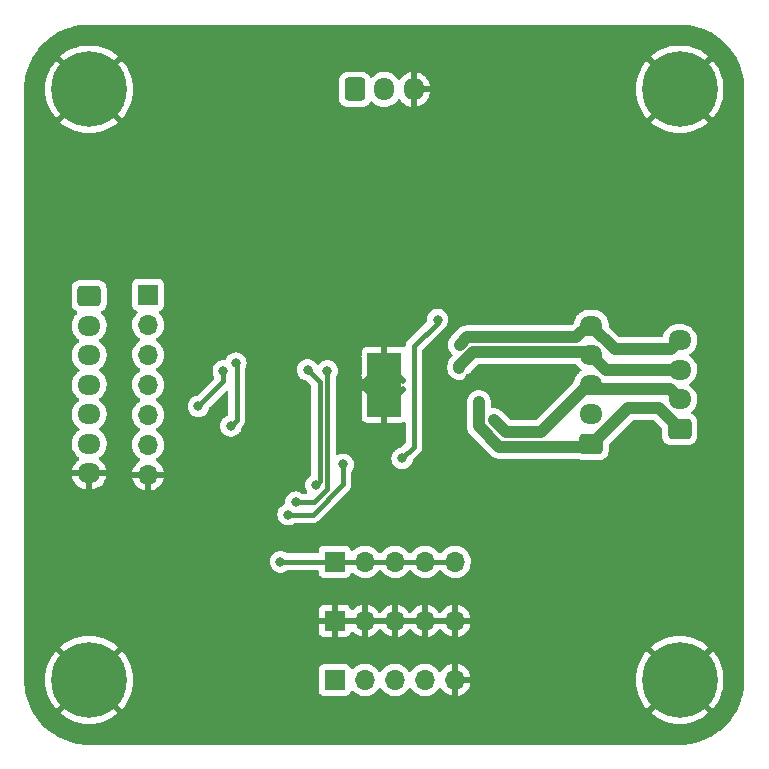
<source format=gbr>
%TF.GenerationSoftware,KiCad,Pcbnew,6.0.11-2627ca5db0~126~ubuntu22.04.1*%
%TF.CreationDate,2023-02-06T22:18:29+01:00*%
%TF.ProjectId,Stepper_Driver_TMC2225-SA-T,53746570-7065-4725-9f44-72697665725f,rev?*%
%TF.SameCoordinates,Original*%
%TF.FileFunction,Copper,L2,Bot*%
%TF.FilePolarity,Positive*%
%FSLAX46Y46*%
G04 Gerber Fmt 4.6, Leading zero omitted, Abs format (unit mm)*
G04 Created by KiCad (PCBNEW 6.0.11-2627ca5db0~126~ubuntu22.04.1) date 2023-02-06 22:18:29*
%MOMM*%
%LPD*%
G01*
G04 APERTURE LIST*
G04 Aperture macros list*
%AMRoundRect*
0 Rectangle with rounded corners*
0 $1 Rounding radius*
0 $2 $3 $4 $5 $6 $7 $8 $9 X,Y pos of 4 corners*
0 Add a 4 corners polygon primitive as box body*
4,1,4,$2,$3,$4,$5,$6,$7,$8,$9,$2,$3,0*
0 Add four circle primitives for the rounded corners*
1,1,$1+$1,$2,$3*
1,1,$1+$1,$4,$5*
1,1,$1+$1,$6,$7*
1,1,$1+$1,$8,$9*
0 Add four rect primitives between the rounded corners*
20,1,$1+$1,$2,$3,$4,$5,0*
20,1,$1+$1,$4,$5,$6,$7,0*
20,1,$1+$1,$6,$7,$8,$9,0*
20,1,$1+$1,$8,$9,$2,$3,0*%
G04 Aperture macros list end*
%TA.AperFunction,ComponentPad*%
%ADD10C,0.800000*%
%TD*%
%TA.AperFunction,ComponentPad*%
%ADD11C,6.400000*%
%TD*%
%TA.AperFunction,ComponentPad*%
%ADD12R,1.700000X1.700000*%
%TD*%
%TA.AperFunction,ComponentPad*%
%ADD13O,1.700000X1.700000*%
%TD*%
%TA.AperFunction,ComponentPad*%
%ADD14RoundRect,0.250000X-0.725000X0.600000X-0.725000X-0.600000X0.725000X-0.600000X0.725000X0.600000X0*%
%TD*%
%TA.AperFunction,ComponentPad*%
%ADD15O,1.950000X1.700000*%
%TD*%
%TA.AperFunction,ComponentPad*%
%ADD16RoundRect,0.250000X0.725000X-0.600000X0.725000X0.600000X-0.725000X0.600000X-0.725000X-0.600000X0*%
%TD*%
%TA.AperFunction,ComponentPad*%
%ADD17C,0.600000*%
%TD*%
%TA.AperFunction,SMDPad,CuDef*%
%ADD18R,2.850000X5.400000*%
%TD*%
%TA.AperFunction,ComponentPad*%
%ADD19RoundRect,0.250000X-0.600000X-0.725000X0.600000X-0.725000X0.600000X0.725000X-0.600000X0.725000X0*%
%TD*%
%TA.AperFunction,ComponentPad*%
%ADD20O,1.700000X1.950000*%
%TD*%
%TA.AperFunction,ViaPad*%
%ADD21C,0.800000*%
%TD*%
%TA.AperFunction,ViaPad*%
%ADD22C,1.000000*%
%TD*%
%TA.AperFunction,Conductor*%
%ADD23C,0.400000*%
%TD*%
%TA.AperFunction,Conductor*%
%ADD24C,1.000000*%
%TD*%
G04 APERTURE END LIST*
D10*
%TO.P,H3,1,1*%
%TO.N,GND*%
X80000000Y-77600000D03*
X78302944Y-78302944D03*
X81697056Y-78302944D03*
X81697056Y-81697056D03*
X80000000Y-82400000D03*
D11*
X80000000Y-80000000D03*
D10*
X77600000Y-80000000D03*
X78302944Y-81697056D03*
X82400000Y-80000000D03*
%TD*%
D12*
%TO.P,J3,1,Pin_1*%
%TO.N,+3.3V*%
X35000000Y-47380000D03*
D13*
%TO.P,J3,2,Pin_2*%
%TO.N,DIR*%
X35000000Y-49920000D03*
%TO.P,J3,3,Pin_3*%
%TO.N,STEP*%
X35000000Y-52460000D03*
%TO.P,J3,4,Pin_4*%
%TO.N,CLK*%
X35000000Y-55000000D03*
%TO.P,J3,5,Pin_5*%
%TO.N,UART_TX*%
X35000000Y-57540000D03*
%TO.P,J3,6,Pin_6*%
%TO.N,UART_RX*%
X35000000Y-60080000D03*
%TO.P,J3,7,Pin_7*%
%TO.N,GND*%
X35000000Y-62620000D03*
%TD*%
D12*
%TO.P,J6,1,Pin_1*%
%TO.N,GND*%
X50800000Y-75000000D03*
D13*
%TO.P,J6,2,Pin_2*%
X53340000Y-75000000D03*
%TO.P,J6,3,Pin_3*%
X55880000Y-75000000D03*
%TO.P,J6,4,Pin_4*%
X58420000Y-75000000D03*
%TO.P,J6,5,Pin_5*%
X60960000Y-75000000D03*
%TD*%
D10*
%TO.P,H2,1,1*%
%TO.N,GND*%
X77600000Y-30000000D03*
X82400000Y-30000000D03*
X78302944Y-31697056D03*
X81697056Y-28302944D03*
X78302944Y-28302944D03*
X81697056Y-31697056D03*
X80000000Y-27600000D03*
D11*
X80000000Y-30000000D03*
D10*
X80000000Y-32400000D03*
%TD*%
D12*
%TO.P,J4,1,Pin_1*%
%TO.N,VREF*%
X50800000Y-80000000D03*
D13*
%TO.P,J4,2,Pin_2*%
%TO.N,SPREAD*%
X53340000Y-80000000D03*
%TO.P,J4,3,Pin_3*%
%TO.N,INDEX*%
X55880000Y-80000000D03*
%TO.P,J4,4,Pin_4*%
%TO.N,DIAG*%
X58420000Y-80000000D03*
%TO.P,J4,5,Pin_5*%
%TO.N,GND*%
X60960000Y-80000000D03*
%TD*%
D12*
%TO.P,J5,1,Pin_1*%
%TO.N,+3.3V*%
X50800000Y-70000000D03*
D13*
%TO.P,J5,2,Pin_2*%
X53340000Y-70000000D03*
%TO.P,J5,3,Pin_3*%
X55880000Y-70000000D03*
%TO.P,J5,4,Pin_4*%
X58420000Y-70000000D03*
%TO.P,J5,5,Pin_5*%
X60960000Y-70000000D03*
%TD*%
D10*
%TO.P,H4,1,1*%
%TO.N,GND*%
X28302944Y-81697056D03*
X27600000Y-80000000D03*
X30000000Y-77600000D03*
D11*
X30000000Y-80000000D03*
D10*
X31697056Y-78302944D03*
X30000000Y-82400000D03*
X28302944Y-78302944D03*
X32400000Y-80000000D03*
X31697056Y-81697056D03*
%TD*%
D14*
%TO.P,J2,1,Pin_1*%
%TO.N,+3.3V*%
X30000000Y-47500000D03*
D15*
%TO.P,J2,2,Pin_2*%
%TO.N,DIR*%
X30000000Y-50000000D03*
%TO.P,J2,3,Pin_3*%
%TO.N,STEP*%
X30000000Y-52500000D03*
%TO.P,J2,4,Pin_4*%
%TO.N,CLK*%
X30000000Y-55000000D03*
%TO.P,J2,5,Pin_5*%
%TO.N,UART_TX*%
X30000000Y-57500000D03*
%TO.P,J2,6,Pin_6*%
%TO.N,UART_RX*%
X30000000Y-60000000D03*
%TO.P,J2,7,Pin_7*%
%TO.N,GND*%
X30000000Y-62500000D03*
%TD*%
D16*
%TO.P,J8,1,Pin_1*%
%TO.N,OA1*%
X72500000Y-60000000D03*
D15*
%TO.P,J8,2,Pin_2*%
%TO.N,unconnected-(J8-Pad2)*%
X72500000Y-57500000D03*
%TO.P,J8,3,Pin_3*%
%TO.N,OA2*%
X72500000Y-55000000D03*
%TO.P,J8,4,Pin_4*%
%TO.N,OB1*%
X72500000Y-52500000D03*
%TO.P,J8,5,Pin_5*%
%TO.N,OB2*%
X72500000Y-50000000D03*
%TD*%
D17*
%TO.P,U1,29,PAD*%
%TO.N,GND*%
X53875000Y-57400000D03*
X56125000Y-57400000D03*
X56125000Y-52600000D03*
X53875000Y-54200000D03*
X53875000Y-55800000D03*
X56125000Y-55800000D03*
X56125000Y-54200000D03*
X53875000Y-52600000D03*
D18*
X55000000Y-55000000D03*
%TD*%
D16*
%TO.P,J7,1,Pin_1*%
%TO.N,OA1*%
X80000000Y-58750000D03*
D15*
%TO.P,J7,2,Pin_2*%
%TO.N,OA2*%
X80000000Y-56250000D03*
%TO.P,J7,3,Pin_3*%
%TO.N,OB1*%
X80000000Y-53750000D03*
%TO.P,J7,4,Pin_4*%
%TO.N,OB2*%
X80000000Y-51250000D03*
%TD*%
D19*
%TO.P,J1,1,Pin_1*%
%TO.N,+3.3V*%
X52500000Y-30000000D03*
D20*
%TO.P,J1,2,Pin_2*%
%TO.N,VCC*%
X55000000Y-30000000D03*
%TO.P,J1,3,Pin_3*%
%TO.N,GND*%
X57500000Y-30000000D03*
%TD*%
D10*
%TO.P,H1,1,1*%
%TO.N,GND*%
X28302944Y-28302944D03*
X28302944Y-31697056D03*
X31697056Y-28302944D03*
X30000000Y-27600000D03*
X32400000Y-30000000D03*
X31697056Y-31697056D03*
D11*
X30000000Y-30000000D03*
D10*
X30000000Y-32400000D03*
X27600000Y-30000000D03*
%TD*%
D21*
%TO.N,+3.3V*%
X42000000Y-58500000D03*
X42425500Y-53175500D03*
X46200500Y-70000000D03*
D22*
%TO.N,GND*%
X62800000Y-47000000D03*
X55200000Y-42000000D03*
X65250000Y-54500000D03*
X50300000Y-46100000D03*
X68250000Y-54500000D03*
X66750000Y-54500000D03*
X62250000Y-54500000D03*
X63750000Y-54500000D03*
D21*
X42849500Y-61500000D03*
X37500000Y-56250000D03*
D22*
X65400000Y-43900000D03*
D21*
X40000000Y-53000000D03*
%TO.N,UART_RX*%
X41363188Y-53825500D03*
X39262284Y-56824500D03*
%TO.N,VREF*%
X51500000Y-61750000D03*
X59500000Y-49500000D03*
X46850500Y-66000000D03*
X56500000Y-61250000D03*
%TO.N,SPREAD*%
X47500500Y-64950000D03*
X50172904Y-53825500D03*
%TO.N,DIAG*%
X48500000Y-53750000D03*
X49199500Y-63500000D03*
D22*
%TO.N,OA1*%
X63000000Y-56488500D03*
%TO.N,OA2*%
X64250000Y-57988000D03*
%TO.N,OB1*%
X61340636Y-53590636D03*
%TO.N,OB2*%
X61382032Y-51606000D03*
%TD*%
D23*
%TO.N,+3.3V*%
X42500000Y-53250000D02*
X42500000Y-58000000D01*
X42500000Y-58000000D02*
X42000000Y-58500000D01*
X50800000Y-70000000D02*
X46200500Y-70000000D01*
X60960000Y-70000000D02*
X50800000Y-70000000D01*
X42425500Y-53175500D02*
X42500000Y-53250000D01*
%TO.N,UART_RX*%
X41363188Y-53825500D02*
X41363188Y-54723596D01*
X41363188Y-54723596D02*
X39262284Y-56824500D01*
%TO.N,VREF*%
X51500000Y-63419239D02*
X48919239Y-66000000D01*
X59500000Y-49500000D02*
X59500000Y-49750000D01*
X59500000Y-49750000D02*
X57500000Y-51750000D01*
X57500000Y-51750000D02*
X57500000Y-60250000D01*
X48919239Y-66000000D02*
X46850500Y-66000000D01*
X51500000Y-61750000D02*
X51500000Y-63419239D01*
X57500000Y-60250000D02*
X56500000Y-61250000D01*
%TO.N,SPREAD*%
X49050000Y-64950000D02*
X50172904Y-63827096D01*
X50172904Y-63827096D02*
X50172904Y-61422904D01*
X50172904Y-53825500D02*
X50172904Y-61422904D01*
X47500500Y-64950000D02*
X49050000Y-64950000D01*
%TO.N,DIAG*%
X49522904Y-54772904D02*
X48500000Y-53750000D01*
X49199500Y-63500000D02*
X49522904Y-63176596D01*
X49522904Y-63176596D02*
X49522904Y-54772904D01*
D24*
%TO.N,OA1*%
X75600000Y-57000000D02*
X78250000Y-57000000D01*
X72250000Y-60250000D02*
X72500000Y-60000000D01*
X64744234Y-60250000D02*
X72250000Y-60250000D01*
X63000000Y-56488500D02*
X63000000Y-58505766D01*
X72500000Y-60000000D02*
X72600000Y-60000000D01*
X78250000Y-57000000D02*
X80000000Y-58750000D01*
X72600000Y-60000000D02*
X75600000Y-57000000D01*
X63000000Y-58505766D02*
X64744234Y-60250000D01*
%TO.N,OA2*%
X72250000Y-55000000D02*
X72500000Y-55000000D01*
X72500000Y-55000000D02*
X72900000Y-55400000D01*
X64250000Y-57988000D02*
X65262000Y-59000000D01*
X72900000Y-55400000D02*
X79150000Y-55400000D01*
X79150000Y-55400000D02*
X80000000Y-56250000D01*
X65262000Y-59000000D02*
X68250000Y-59000000D01*
X68250000Y-59000000D02*
X72250000Y-55000000D01*
%TO.N,OB1*%
X61340636Y-53590636D02*
X61340636Y-53415162D01*
X61340636Y-53415162D02*
X62505798Y-52250000D01*
X73750000Y-53750000D02*
X80000000Y-53750000D01*
X62505798Y-52250000D02*
X72250000Y-52250000D01*
X72250000Y-52250000D02*
X72500000Y-52500000D01*
X72500000Y-52500000D02*
X73750000Y-53750000D01*
%TO.N,OB2*%
X71258705Y-51000000D02*
X72258705Y-50000000D01*
X74500000Y-52000000D02*
X79250000Y-52000000D01*
X72500000Y-50000000D02*
X74500000Y-52000000D01*
X61988032Y-51000000D02*
X71258705Y-51000000D01*
X61382032Y-51606000D02*
X61988032Y-51000000D01*
X72258705Y-50000000D02*
X72500000Y-50000000D01*
X79250000Y-52000000D02*
X80000000Y-51250000D01*
%TD*%
%TA.AperFunction,Conductor*%
%TO.N,GND*%
G36*
X79970018Y-24510000D02*
G01*
X79984851Y-24512310D01*
X79984855Y-24512310D01*
X79993724Y-24513691D01*
X80014664Y-24510953D01*
X80036202Y-24509997D01*
X80224026Y-24517766D01*
X80448278Y-24527041D01*
X80458656Y-24527901D01*
X80734674Y-24562307D01*
X80898702Y-24582753D01*
X80908967Y-24584465D01*
X81072054Y-24618661D01*
X81342976Y-24675467D01*
X81353072Y-24678023D01*
X81778101Y-24804561D01*
X81787938Y-24807938D01*
X82201081Y-24969147D01*
X82210581Y-24973314D01*
X82608983Y-25168081D01*
X82618141Y-25173037D01*
X82999085Y-25400030D01*
X83007804Y-25405726D01*
X83368705Y-25663405D01*
X83376923Y-25669801D01*
X83715326Y-25956413D01*
X83722987Y-25963467D01*
X84036533Y-26277013D01*
X84043587Y-26284674D01*
X84330199Y-26623077D01*
X84336595Y-26631295D01*
X84594274Y-26992196D01*
X84599970Y-27000915D01*
X84826963Y-27381859D01*
X84831918Y-27391015D01*
X84921391Y-27574034D01*
X85026682Y-27789411D01*
X85030853Y-27798919D01*
X85192062Y-28212062D01*
X85195439Y-28221899D01*
X85321977Y-28646928D01*
X85324533Y-28657024D01*
X85386438Y-28952262D01*
X85415534Y-29091030D01*
X85417247Y-29101298D01*
X85429286Y-29197880D01*
X85472099Y-29541344D01*
X85472959Y-29551722D01*
X85476428Y-29635592D01*
X85483936Y-29817110D01*
X85489694Y-29956335D01*
X85488302Y-29980920D01*
X85486309Y-29993724D01*
X85487473Y-30002626D01*
X85487473Y-30002628D01*
X85490436Y-30025283D01*
X85491500Y-30041621D01*
X85491500Y-79950633D01*
X85490000Y-79970018D01*
X85487690Y-79984851D01*
X85487690Y-79984855D01*
X85486309Y-79993724D01*
X85489047Y-80014659D01*
X85490003Y-80036205D01*
X85472959Y-80448278D01*
X85472099Y-80458656D01*
X85452659Y-80614616D01*
X85418730Y-80886812D01*
X85417248Y-80898698D01*
X85415535Y-80908967D01*
X85402807Y-80969667D01*
X85324533Y-81342976D01*
X85321977Y-81353072D01*
X85195439Y-81778101D01*
X85192062Y-81787938D01*
X85030853Y-82201081D01*
X85026686Y-82210581D01*
X84918323Y-82432241D01*
X84831919Y-82608983D01*
X84826963Y-82618141D01*
X84599970Y-82999085D01*
X84594274Y-83007804D01*
X84336595Y-83368705D01*
X84330199Y-83376923D01*
X84043587Y-83715326D01*
X84036533Y-83722987D01*
X83722987Y-84036533D01*
X83715326Y-84043587D01*
X83376923Y-84330199D01*
X83368705Y-84336595D01*
X83007804Y-84594274D01*
X82999085Y-84599970D01*
X82618141Y-84826963D01*
X82608985Y-84831918D01*
X82210581Y-85026686D01*
X82201081Y-85030853D01*
X81787938Y-85192062D01*
X81778101Y-85195439D01*
X81353072Y-85321977D01*
X81342975Y-85324533D01*
X80908967Y-85415535D01*
X80898702Y-85417247D01*
X80734674Y-85437693D01*
X80458656Y-85472099D01*
X80448278Y-85472959D01*
X80270676Y-85480305D01*
X80043661Y-85489694D01*
X80019080Y-85488302D01*
X80006276Y-85486309D01*
X79997374Y-85487473D01*
X79997372Y-85487473D01*
X79982323Y-85489441D01*
X79974714Y-85490436D01*
X79958379Y-85491500D01*
X30049367Y-85491500D01*
X30029982Y-85490000D01*
X30015149Y-85487690D01*
X30015145Y-85487690D01*
X30006276Y-85486309D01*
X29985336Y-85489047D01*
X29963798Y-85490003D01*
X29775974Y-85482234D01*
X29551722Y-85472959D01*
X29541344Y-85472099D01*
X29265326Y-85437693D01*
X29101298Y-85417247D01*
X29091033Y-85415535D01*
X28657025Y-85324533D01*
X28646928Y-85321977D01*
X28221899Y-85195439D01*
X28212062Y-85192062D01*
X27798919Y-85030853D01*
X27789419Y-85026686D01*
X27391015Y-84831918D01*
X27381859Y-84826963D01*
X27000915Y-84599970D01*
X26992196Y-84594274D01*
X26631295Y-84336595D01*
X26623077Y-84330199D01*
X26284674Y-84043587D01*
X26277013Y-84036533D01*
X25963467Y-83722987D01*
X25956413Y-83715326D01*
X25669801Y-83376923D01*
X25663405Y-83368705D01*
X25405726Y-83007804D01*
X25400030Y-82999085D01*
X25279844Y-82797386D01*
X27567759Y-82797386D01*
X27575216Y-82807753D01*
X27814935Y-83001874D01*
X27820272Y-83005751D01*
X28140685Y-83213830D01*
X28146394Y-83217127D01*
X28486811Y-83390578D01*
X28492836Y-83393260D01*
X28849502Y-83530171D01*
X28855784Y-83532212D01*
X29224816Y-83631094D01*
X29231266Y-83632465D01*
X29608629Y-83692234D01*
X29615167Y-83692920D01*
X29996699Y-83712916D01*
X30003301Y-83712916D01*
X30384833Y-83692920D01*
X30391371Y-83692234D01*
X30768734Y-83632465D01*
X30775184Y-83631094D01*
X31144216Y-83532212D01*
X31150498Y-83530171D01*
X31507164Y-83393260D01*
X31513189Y-83390578D01*
X31853606Y-83217127D01*
X31859315Y-83213830D01*
X32179728Y-83005751D01*
X32185065Y-83001874D01*
X32423835Y-82808522D01*
X32431527Y-82797386D01*
X77567759Y-82797386D01*
X77575216Y-82807753D01*
X77814935Y-83001874D01*
X77820272Y-83005751D01*
X78140685Y-83213830D01*
X78146394Y-83217127D01*
X78486811Y-83390578D01*
X78492836Y-83393260D01*
X78849502Y-83530171D01*
X78855784Y-83532212D01*
X79224816Y-83631094D01*
X79231266Y-83632465D01*
X79608629Y-83692234D01*
X79615167Y-83692920D01*
X79996699Y-83712916D01*
X80003301Y-83712916D01*
X80384833Y-83692920D01*
X80391371Y-83692234D01*
X80768734Y-83632465D01*
X80775184Y-83631094D01*
X81144216Y-83532212D01*
X81150498Y-83530171D01*
X81507164Y-83393260D01*
X81513189Y-83390578D01*
X81853606Y-83217127D01*
X81859315Y-83213830D01*
X82179728Y-83005751D01*
X82185065Y-83001874D01*
X82423835Y-82808522D01*
X82432300Y-82796267D01*
X82425966Y-82785176D01*
X80012812Y-80372022D01*
X79998868Y-80364408D01*
X79997035Y-80364539D01*
X79990420Y-80368790D01*
X77574900Y-82784310D01*
X77567759Y-82797386D01*
X32431527Y-82797386D01*
X32432300Y-82796267D01*
X32425966Y-82785176D01*
X30012812Y-80372022D01*
X29998868Y-80364408D01*
X29997035Y-80364539D01*
X29990420Y-80368790D01*
X27574900Y-82784310D01*
X27567759Y-82797386D01*
X25279844Y-82797386D01*
X25173037Y-82618141D01*
X25168081Y-82608983D01*
X25081677Y-82432241D01*
X24973314Y-82210581D01*
X24969147Y-82201081D01*
X24807938Y-81787938D01*
X24804561Y-81778101D01*
X24678023Y-81353072D01*
X24675467Y-81342976D01*
X24597193Y-80969667D01*
X24584465Y-80908967D01*
X24582752Y-80898698D01*
X24581271Y-80886812D01*
X24547341Y-80614616D01*
X24527901Y-80458656D01*
X24527041Y-80448278D01*
X24510462Y-80047439D01*
X24512100Y-80021329D01*
X24512769Y-80017351D01*
X24512770Y-80017345D01*
X24513576Y-80012552D01*
X24513689Y-80003301D01*
X26287084Y-80003301D01*
X26307080Y-80384833D01*
X26307766Y-80391371D01*
X26367535Y-80768734D01*
X26368906Y-80775184D01*
X26467788Y-81144216D01*
X26469829Y-81150498D01*
X26606740Y-81507164D01*
X26609422Y-81513189D01*
X26782872Y-81853603D01*
X26786169Y-81859313D01*
X26994253Y-82179735D01*
X26998123Y-82185061D01*
X27191478Y-82423835D01*
X27203733Y-82432300D01*
X27214824Y-82425966D01*
X29627978Y-80012812D01*
X29634356Y-80001132D01*
X30364408Y-80001132D01*
X30364539Y-80002965D01*
X30368790Y-80009580D01*
X32784310Y-82425100D01*
X32797386Y-82432241D01*
X32807753Y-82424784D01*
X33001877Y-82185061D01*
X33005747Y-82179735D01*
X33213831Y-81859313D01*
X33217128Y-81853603D01*
X33390578Y-81513189D01*
X33393260Y-81507164D01*
X33530171Y-81150498D01*
X33532212Y-81144216D01*
X33598150Y-80898134D01*
X49441500Y-80898134D01*
X49448255Y-80960316D01*
X49499385Y-81096705D01*
X49586739Y-81213261D01*
X49703295Y-81300615D01*
X49839684Y-81351745D01*
X49901866Y-81358500D01*
X51698134Y-81358500D01*
X51760316Y-81351745D01*
X51896705Y-81300615D01*
X52013261Y-81213261D01*
X52100615Y-81096705D01*
X52122799Y-81037529D01*
X52144598Y-80979382D01*
X52187240Y-80922618D01*
X52253802Y-80897918D01*
X52323150Y-80913126D01*
X52357817Y-80941114D01*
X52386250Y-80973938D01*
X52558126Y-81116632D01*
X52751000Y-81229338D01*
X52959692Y-81309030D01*
X52964760Y-81310061D01*
X52964763Y-81310062D01*
X53059862Y-81329410D01*
X53178597Y-81353567D01*
X53183772Y-81353757D01*
X53183774Y-81353757D01*
X53396673Y-81361564D01*
X53396677Y-81361564D01*
X53401837Y-81361753D01*
X53406957Y-81361097D01*
X53406959Y-81361097D01*
X53618288Y-81334025D01*
X53618289Y-81334025D01*
X53623416Y-81333368D01*
X53628366Y-81331883D01*
X53832429Y-81270661D01*
X53832434Y-81270659D01*
X53837384Y-81269174D01*
X54037994Y-81170896D01*
X54219860Y-81041173D01*
X54378096Y-80883489D01*
X54508453Y-80702077D01*
X54509776Y-80703028D01*
X54556645Y-80659857D01*
X54626580Y-80647625D01*
X54692026Y-80675144D01*
X54719875Y-80706994D01*
X54779987Y-80805088D01*
X54926250Y-80973938D01*
X55098126Y-81116632D01*
X55291000Y-81229338D01*
X55499692Y-81309030D01*
X55504760Y-81310061D01*
X55504763Y-81310062D01*
X55599862Y-81329410D01*
X55718597Y-81353567D01*
X55723772Y-81353757D01*
X55723774Y-81353757D01*
X55936673Y-81361564D01*
X55936677Y-81361564D01*
X55941837Y-81361753D01*
X55946957Y-81361097D01*
X55946959Y-81361097D01*
X56158288Y-81334025D01*
X56158289Y-81334025D01*
X56163416Y-81333368D01*
X56168366Y-81331883D01*
X56372429Y-81270661D01*
X56372434Y-81270659D01*
X56377384Y-81269174D01*
X56577994Y-81170896D01*
X56759860Y-81041173D01*
X56918096Y-80883489D01*
X57048453Y-80702077D01*
X57049776Y-80703028D01*
X57096645Y-80659857D01*
X57166580Y-80647625D01*
X57232026Y-80675144D01*
X57259875Y-80706994D01*
X57319987Y-80805088D01*
X57466250Y-80973938D01*
X57638126Y-81116632D01*
X57831000Y-81229338D01*
X58039692Y-81309030D01*
X58044760Y-81310061D01*
X58044763Y-81310062D01*
X58139862Y-81329410D01*
X58258597Y-81353567D01*
X58263772Y-81353757D01*
X58263774Y-81353757D01*
X58476673Y-81361564D01*
X58476677Y-81361564D01*
X58481837Y-81361753D01*
X58486957Y-81361097D01*
X58486959Y-81361097D01*
X58698288Y-81334025D01*
X58698289Y-81334025D01*
X58703416Y-81333368D01*
X58708366Y-81331883D01*
X58912429Y-81270661D01*
X58912434Y-81270659D01*
X58917384Y-81269174D01*
X59117994Y-81170896D01*
X59299860Y-81041173D01*
X59458096Y-80883489D01*
X59588453Y-80702077D01*
X59589640Y-80702930D01*
X59636960Y-80659362D01*
X59706897Y-80647145D01*
X59772338Y-80674678D01*
X59800166Y-80706511D01*
X59857694Y-80800388D01*
X59863777Y-80808699D01*
X60003213Y-80969667D01*
X60010580Y-80976883D01*
X60174434Y-81112916D01*
X60182881Y-81118831D01*
X60366756Y-81226279D01*
X60376042Y-81230729D01*
X60575001Y-81306703D01*
X60584899Y-81309579D01*
X60688250Y-81330606D01*
X60702299Y-81329410D01*
X60706000Y-81319065D01*
X60706000Y-81318517D01*
X61214000Y-81318517D01*
X61218064Y-81332359D01*
X61231478Y-81334393D01*
X61238184Y-81333534D01*
X61248262Y-81331392D01*
X61452255Y-81270191D01*
X61461842Y-81266433D01*
X61653095Y-81172739D01*
X61661945Y-81167464D01*
X61835328Y-81043792D01*
X61843200Y-81037139D01*
X61994052Y-80886812D01*
X62000730Y-80878965D01*
X62125003Y-80706020D01*
X62130313Y-80697183D01*
X62224670Y-80506267D01*
X62228469Y-80496672D01*
X62290377Y-80292910D01*
X62292555Y-80282837D01*
X62293986Y-80271962D01*
X62291775Y-80257778D01*
X62278617Y-80254000D01*
X61232115Y-80254000D01*
X61216876Y-80258475D01*
X61215671Y-80259865D01*
X61214000Y-80267548D01*
X61214000Y-81318517D01*
X60706000Y-81318517D01*
X60706000Y-80003301D01*
X76287084Y-80003301D01*
X76307080Y-80384833D01*
X76307766Y-80391371D01*
X76367535Y-80768734D01*
X76368906Y-80775184D01*
X76467788Y-81144216D01*
X76469829Y-81150498D01*
X76606740Y-81507164D01*
X76609422Y-81513189D01*
X76782872Y-81853603D01*
X76786169Y-81859313D01*
X76994253Y-82179735D01*
X76998123Y-82185061D01*
X77191478Y-82423835D01*
X77203733Y-82432300D01*
X77214824Y-82425966D01*
X79627978Y-80012812D01*
X79634356Y-80001132D01*
X80364408Y-80001132D01*
X80364539Y-80002965D01*
X80368790Y-80009580D01*
X82784310Y-82425100D01*
X82797386Y-82432241D01*
X82807753Y-82424784D01*
X83001877Y-82185061D01*
X83005747Y-82179735D01*
X83213831Y-81859313D01*
X83217128Y-81853603D01*
X83390578Y-81513189D01*
X83393260Y-81507164D01*
X83530171Y-81150498D01*
X83532212Y-81144216D01*
X83631094Y-80775184D01*
X83632465Y-80768734D01*
X83692234Y-80391371D01*
X83692920Y-80384833D01*
X83712916Y-80003301D01*
X83712916Y-79996699D01*
X83692920Y-79615167D01*
X83692234Y-79608629D01*
X83632465Y-79231266D01*
X83631094Y-79224816D01*
X83532212Y-78855784D01*
X83530171Y-78849502D01*
X83393260Y-78492836D01*
X83390578Y-78486811D01*
X83217128Y-78146397D01*
X83213831Y-78140687D01*
X83005747Y-77820265D01*
X83001877Y-77814939D01*
X82808522Y-77576165D01*
X82796267Y-77567700D01*
X82785176Y-77574034D01*
X80372022Y-79987188D01*
X80364408Y-80001132D01*
X79634356Y-80001132D01*
X79635592Y-79998868D01*
X79635461Y-79997035D01*
X79631210Y-79990420D01*
X77215690Y-77574900D01*
X77202614Y-77567759D01*
X77192247Y-77575216D01*
X76998123Y-77814939D01*
X76994253Y-77820265D01*
X76786169Y-78140687D01*
X76782872Y-78146397D01*
X76609422Y-78486811D01*
X76606740Y-78492836D01*
X76469829Y-78849502D01*
X76467788Y-78855784D01*
X76368906Y-79224816D01*
X76367535Y-79231266D01*
X76307766Y-79608629D01*
X76307080Y-79615167D01*
X76287084Y-79996699D01*
X76287084Y-80003301D01*
X60706000Y-80003301D01*
X60706000Y-79727885D01*
X61214000Y-79727885D01*
X61218475Y-79743124D01*
X61219865Y-79744329D01*
X61227548Y-79746000D01*
X62278344Y-79746000D01*
X62291875Y-79742027D01*
X62293180Y-79732947D01*
X62251214Y-79565875D01*
X62247894Y-79556124D01*
X62162972Y-79360814D01*
X62158105Y-79351739D01*
X62042426Y-79172926D01*
X62036136Y-79164757D01*
X61892806Y-79007240D01*
X61885273Y-79000215D01*
X61718139Y-78868222D01*
X61709552Y-78862517D01*
X61523117Y-78759599D01*
X61513705Y-78755369D01*
X61312959Y-78684280D01*
X61302988Y-78681646D01*
X61231837Y-78668972D01*
X61218540Y-78670432D01*
X61214000Y-78684989D01*
X61214000Y-79727885D01*
X60706000Y-79727885D01*
X60706000Y-78683102D01*
X60702082Y-78669758D01*
X60687806Y-78667771D01*
X60649324Y-78673660D01*
X60639288Y-78676051D01*
X60436868Y-78742212D01*
X60427359Y-78746209D01*
X60238463Y-78844542D01*
X60229738Y-78850036D01*
X60059433Y-78977905D01*
X60051726Y-78984748D01*
X59904590Y-79138717D01*
X59898109Y-79146722D01*
X59793498Y-79300074D01*
X59738587Y-79345076D01*
X59668062Y-79353247D01*
X59604315Y-79321993D01*
X59583618Y-79297509D01*
X59502822Y-79172617D01*
X59502820Y-79172614D01*
X59500014Y-79168277D01*
X59349670Y-79003051D01*
X59345619Y-78999852D01*
X59345615Y-78999848D01*
X59178414Y-78867800D01*
X59178410Y-78867798D01*
X59174359Y-78864598D01*
X59158393Y-78855784D01*
X59122136Y-78835769D01*
X58978789Y-78756638D01*
X58973920Y-78754914D01*
X58973916Y-78754912D01*
X58773087Y-78683795D01*
X58773083Y-78683794D01*
X58768212Y-78682069D01*
X58763119Y-78681162D01*
X58763116Y-78681161D01*
X58553373Y-78643800D01*
X58553367Y-78643799D01*
X58548284Y-78642894D01*
X58474452Y-78641992D01*
X58330081Y-78640228D01*
X58330079Y-78640228D01*
X58324911Y-78640165D01*
X58104091Y-78673955D01*
X57891756Y-78743357D01*
X57693607Y-78846507D01*
X57689474Y-78849610D01*
X57689471Y-78849612D01*
X57519100Y-78977530D01*
X57514965Y-78980635D01*
X57511393Y-78984373D01*
X57403729Y-79097037D01*
X57360629Y-79142138D01*
X57253201Y-79299621D01*
X57198293Y-79344621D01*
X57127768Y-79352792D01*
X57064021Y-79321538D01*
X57043324Y-79297054D01*
X56962822Y-79172617D01*
X56962820Y-79172614D01*
X56960014Y-79168277D01*
X56809670Y-79003051D01*
X56805619Y-78999852D01*
X56805615Y-78999848D01*
X56638414Y-78867800D01*
X56638410Y-78867798D01*
X56634359Y-78864598D01*
X56618393Y-78855784D01*
X56582136Y-78835769D01*
X56438789Y-78756638D01*
X56433920Y-78754914D01*
X56433916Y-78754912D01*
X56233087Y-78683795D01*
X56233083Y-78683794D01*
X56228212Y-78682069D01*
X56223119Y-78681162D01*
X56223116Y-78681161D01*
X56013373Y-78643800D01*
X56013367Y-78643799D01*
X56008284Y-78642894D01*
X55934452Y-78641992D01*
X55790081Y-78640228D01*
X55790079Y-78640228D01*
X55784911Y-78640165D01*
X55564091Y-78673955D01*
X55351756Y-78743357D01*
X55153607Y-78846507D01*
X55149474Y-78849610D01*
X55149471Y-78849612D01*
X54979100Y-78977530D01*
X54974965Y-78980635D01*
X54971393Y-78984373D01*
X54863729Y-79097037D01*
X54820629Y-79142138D01*
X54713201Y-79299621D01*
X54658293Y-79344621D01*
X54587768Y-79352792D01*
X54524021Y-79321538D01*
X54503324Y-79297054D01*
X54422822Y-79172617D01*
X54422820Y-79172614D01*
X54420014Y-79168277D01*
X54269670Y-79003051D01*
X54265619Y-78999852D01*
X54265615Y-78999848D01*
X54098414Y-78867800D01*
X54098410Y-78867798D01*
X54094359Y-78864598D01*
X54078393Y-78855784D01*
X54042136Y-78835769D01*
X53898789Y-78756638D01*
X53893920Y-78754914D01*
X53893916Y-78754912D01*
X53693087Y-78683795D01*
X53693083Y-78683794D01*
X53688212Y-78682069D01*
X53683119Y-78681162D01*
X53683116Y-78681161D01*
X53473373Y-78643800D01*
X53473367Y-78643799D01*
X53468284Y-78642894D01*
X53394452Y-78641992D01*
X53250081Y-78640228D01*
X53250079Y-78640228D01*
X53244911Y-78640165D01*
X53024091Y-78673955D01*
X52811756Y-78743357D01*
X52613607Y-78846507D01*
X52609474Y-78849610D01*
X52609471Y-78849612D01*
X52439100Y-78977530D01*
X52434965Y-78980635D01*
X52378537Y-79039684D01*
X52354283Y-79065064D01*
X52292759Y-79100494D01*
X52221846Y-79097037D01*
X52164060Y-79055791D01*
X52145207Y-79022243D01*
X52103767Y-78911703D01*
X52100615Y-78903295D01*
X52013261Y-78786739D01*
X51896705Y-78699385D01*
X51760316Y-78648255D01*
X51698134Y-78641500D01*
X49901866Y-78641500D01*
X49839684Y-78648255D01*
X49703295Y-78699385D01*
X49586739Y-78786739D01*
X49499385Y-78903295D01*
X49448255Y-79039684D01*
X49441500Y-79101866D01*
X49441500Y-80898134D01*
X33598150Y-80898134D01*
X33631094Y-80775184D01*
X33632465Y-80768734D01*
X33692234Y-80391371D01*
X33692920Y-80384833D01*
X33712916Y-80003301D01*
X33712916Y-79996699D01*
X33692920Y-79615167D01*
X33692234Y-79608629D01*
X33632465Y-79231266D01*
X33631094Y-79224816D01*
X33532212Y-78855784D01*
X33530171Y-78849502D01*
X33393260Y-78492836D01*
X33390578Y-78486811D01*
X33217128Y-78146397D01*
X33213831Y-78140687D01*
X33005747Y-77820265D01*
X33001877Y-77814939D01*
X32808522Y-77576165D01*
X32796267Y-77567700D01*
X32785176Y-77574034D01*
X30372022Y-79987188D01*
X30364408Y-80001132D01*
X29634356Y-80001132D01*
X29635592Y-79998868D01*
X29635461Y-79997035D01*
X29631210Y-79990420D01*
X27215690Y-77574900D01*
X27202614Y-77567759D01*
X27192247Y-77575216D01*
X26998123Y-77814939D01*
X26994253Y-77820265D01*
X26786169Y-78140687D01*
X26782872Y-78146397D01*
X26609422Y-78486811D01*
X26606740Y-78492836D01*
X26469829Y-78849502D01*
X26467788Y-78855784D01*
X26368906Y-79224816D01*
X26367535Y-79231266D01*
X26307766Y-79608629D01*
X26307080Y-79615167D01*
X26287084Y-79996699D01*
X26287084Y-80003301D01*
X24513689Y-80003301D01*
X24513729Y-80000000D01*
X24509773Y-79972376D01*
X24508500Y-79954514D01*
X24508500Y-77203733D01*
X27567700Y-77203733D01*
X27574034Y-77214824D01*
X29987188Y-79627978D01*
X30001132Y-79635592D01*
X30002965Y-79635461D01*
X30009580Y-79631210D01*
X32425100Y-77215690D01*
X32431630Y-77203733D01*
X77567700Y-77203733D01*
X77574034Y-77214824D01*
X79987188Y-79627978D01*
X80001132Y-79635592D01*
X80002965Y-79635461D01*
X80009580Y-79631210D01*
X82425100Y-77215690D01*
X82432241Y-77202614D01*
X82424784Y-77192247D01*
X82185065Y-76998126D01*
X82179728Y-76994249D01*
X81859315Y-76786170D01*
X81853606Y-76782873D01*
X81513189Y-76609422D01*
X81507164Y-76606740D01*
X81150498Y-76469829D01*
X81144216Y-76467788D01*
X80775184Y-76368906D01*
X80768734Y-76367535D01*
X80391371Y-76307766D01*
X80384833Y-76307080D01*
X80003301Y-76287084D01*
X79996699Y-76287084D01*
X79615167Y-76307080D01*
X79608629Y-76307766D01*
X79231266Y-76367535D01*
X79224816Y-76368906D01*
X78855784Y-76467788D01*
X78849502Y-76469829D01*
X78492836Y-76606740D01*
X78486811Y-76609422D01*
X78146397Y-76782872D01*
X78140687Y-76786169D01*
X77820265Y-76994253D01*
X77814939Y-76998123D01*
X77576165Y-77191478D01*
X77567700Y-77203733D01*
X32431630Y-77203733D01*
X32432241Y-77202614D01*
X32424784Y-77192247D01*
X32185065Y-76998126D01*
X32179728Y-76994249D01*
X31859315Y-76786170D01*
X31853606Y-76782873D01*
X31513189Y-76609422D01*
X31507164Y-76606740D01*
X31150498Y-76469829D01*
X31144216Y-76467788D01*
X30775184Y-76368906D01*
X30768734Y-76367535D01*
X30391371Y-76307766D01*
X30384833Y-76307080D01*
X30003301Y-76287084D01*
X29996699Y-76287084D01*
X29615167Y-76307080D01*
X29608629Y-76307766D01*
X29231266Y-76367535D01*
X29224816Y-76368906D01*
X28855784Y-76467788D01*
X28849502Y-76469829D01*
X28492836Y-76606740D01*
X28486811Y-76609422D01*
X28146397Y-76782872D01*
X28140687Y-76786169D01*
X27820265Y-76994253D01*
X27814939Y-76998123D01*
X27576165Y-77191478D01*
X27567700Y-77203733D01*
X24508500Y-77203733D01*
X24508500Y-75894669D01*
X49442001Y-75894669D01*
X49442371Y-75901490D01*
X49447895Y-75952352D01*
X49451521Y-75967604D01*
X49496676Y-76088054D01*
X49505214Y-76103649D01*
X49581715Y-76205724D01*
X49594276Y-76218285D01*
X49696351Y-76294786D01*
X49711946Y-76303324D01*
X49832394Y-76348478D01*
X49847649Y-76352105D01*
X49898514Y-76357631D01*
X49905328Y-76358000D01*
X50527885Y-76358000D01*
X50543124Y-76353525D01*
X50544329Y-76352135D01*
X50546000Y-76344452D01*
X50546000Y-76339884D01*
X51054000Y-76339884D01*
X51058475Y-76355123D01*
X51059865Y-76356328D01*
X51067548Y-76357999D01*
X51694669Y-76357999D01*
X51701490Y-76357629D01*
X51752352Y-76352105D01*
X51767604Y-76348479D01*
X51888054Y-76303324D01*
X51903649Y-76294786D01*
X52005724Y-76218285D01*
X52018285Y-76205724D01*
X52094786Y-76103649D01*
X52103325Y-76088052D01*
X52144425Y-75978418D01*
X52187066Y-75921653D01*
X52253628Y-75896953D01*
X52322977Y-75912160D01*
X52357645Y-75940150D01*
X52383219Y-75969674D01*
X52390580Y-75976883D01*
X52554434Y-76112916D01*
X52562881Y-76118831D01*
X52746756Y-76226279D01*
X52756042Y-76230729D01*
X52955001Y-76306703D01*
X52964899Y-76309579D01*
X53068250Y-76330606D01*
X53082299Y-76329410D01*
X53086000Y-76319065D01*
X53086000Y-76318517D01*
X53594000Y-76318517D01*
X53598064Y-76332359D01*
X53611478Y-76334393D01*
X53618184Y-76333534D01*
X53628262Y-76331392D01*
X53832255Y-76270191D01*
X53841842Y-76266433D01*
X54033095Y-76172739D01*
X54041945Y-76167464D01*
X54215328Y-76043792D01*
X54223200Y-76037139D01*
X54374052Y-75886812D01*
X54380730Y-75878965D01*
X54508022Y-75701819D01*
X54509147Y-75702627D01*
X54556669Y-75658876D01*
X54626607Y-75646661D01*
X54692046Y-75674197D01*
X54719870Y-75706028D01*
X54777690Y-75800383D01*
X54783777Y-75808699D01*
X54923213Y-75969667D01*
X54930580Y-75976883D01*
X55094434Y-76112916D01*
X55102881Y-76118831D01*
X55286756Y-76226279D01*
X55296042Y-76230729D01*
X55495001Y-76306703D01*
X55504899Y-76309579D01*
X55608250Y-76330606D01*
X55622299Y-76329410D01*
X55626000Y-76319065D01*
X55626000Y-76318517D01*
X56134000Y-76318517D01*
X56138064Y-76332359D01*
X56151478Y-76334393D01*
X56158184Y-76333534D01*
X56168262Y-76331392D01*
X56372255Y-76270191D01*
X56381842Y-76266433D01*
X56573095Y-76172739D01*
X56581945Y-76167464D01*
X56755328Y-76043792D01*
X56763200Y-76037139D01*
X56914052Y-75886812D01*
X56920730Y-75878965D01*
X57048022Y-75701819D01*
X57049147Y-75702627D01*
X57096669Y-75658876D01*
X57166607Y-75646661D01*
X57232046Y-75674197D01*
X57259870Y-75706028D01*
X57317690Y-75800383D01*
X57323777Y-75808699D01*
X57463213Y-75969667D01*
X57470580Y-75976883D01*
X57634434Y-76112916D01*
X57642881Y-76118831D01*
X57826756Y-76226279D01*
X57836042Y-76230729D01*
X58035001Y-76306703D01*
X58044899Y-76309579D01*
X58148250Y-76330606D01*
X58162299Y-76329410D01*
X58166000Y-76319065D01*
X58166000Y-76318517D01*
X58674000Y-76318517D01*
X58678064Y-76332359D01*
X58691478Y-76334393D01*
X58698184Y-76333534D01*
X58708262Y-76331392D01*
X58912255Y-76270191D01*
X58921842Y-76266433D01*
X59113095Y-76172739D01*
X59121945Y-76167464D01*
X59295328Y-76043792D01*
X59303200Y-76037139D01*
X59454052Y-75886812D01*
X59460730Y-75878965D01*
X59588022Y-75701819D01*
X59589147Y-75702627D01*
X59636669Y-75658876D01*
X59706607Y-75646661D01*
X59772046Y-75674197D01*
X59799870Y-75706028D01*
X59857690Y-75800383D01*
X59863777Y-75808699D01*
X60003213Y-75969667D01*
X60010580Y-75976883D01*
X60174434Y-76112916D01*
X60182881Y-76118831D01*
X60366756Y-76226279D01*
X60376042Y-76230729D01*
X60575001Y-76306703D01*
X60584899Y-76309579D01*
X60688250Y-76330606D01*
X60702299Y-76329410D01*
X60706000Y-76319065D01*
X60706000Y-76318517D01*
X61214000Y-76318517D01*
X61218064Y-76332359D01*
X61231478Y-76334393D01*
X61238184Y-76333534D01*
X61248262Y-76331392D01*
X61452255Y-76270191D01*
X61461842Y-76266433D01*
X61653095Y-76172739D01*
X61661945Y-76167464D01*
X61835328Y-76043792D01*
X61843200Y-76037139D01*
X61994052Y-75886812D01*
X62000730Y-75878965D01*
X62125003Y-75706020D01*
X62130313Y-75697183D01*
X62224670Y-75506267D01*
X62228469Y-75496672D01*
X62290377Y-75292910D01*
X62292555Y-75282837D01*
X62293986Y-75271962D01*
X62291775Y-75257778D01*
X62278617Y-75254000D01*
X61232115Y-75254000D01*
X61216876Y-75258475D01*
X61215671Y-75259865D01*
X61214000Y-75267548D01*
X61214000Y-76318517D01*
X60706000Y-76318517D01*
X60706000Y-75272115D01*
X60701525Y-75256876D01*
X60700135Y-75255671D01*
X60692452Y-75254000D01*
X58692115Y-75254000D01*
X58676876Y-75258475D01*
X58675671Y-75259865D01*
X58674000Y-75267548D01*
X58674000Y-76318517D01*
X58166000Y-76318517D01*
X58166000Y-75272115D01*
X58161525Y-75256876D01*
X58160135Y-75255671D01*
X58152452Y-75254000D01*
X56152115Y-75254000D01*
X56136876Y-75258475D01*
X56135671Y-75259865D01*
X56134000Y-75267548D01*
X56134000Y-76318517D01*
X55626000Y-76318517D01*
X55626000Y-75272115D01*
X55621525Y-75256876D01*
X55620135Y-75255671D01*
X55612452Y-75254000D01*
X53612115Y-75254000D01*
X53596876Y-75258475D01*
X53595671Y-75259865D01*
X53594000Y-75267548D01*
X53594000Y-76318517D01*
X53086000Y-76318517D01*
X53086000Y-75272115D01*
X53081525Y-75256876D01*
X53080135Y-75255671D01*
X53072452Y-75254000D01*
X51072115Y-75254000D01*
X51056876Y-75258475D01*
X51055671Y-75259865D01*
X51054000Y-75267548D01*
X51054000Y-76339884D01*
X50546000Y-76339884D01*
X50546000Y-75272115D01*
X50541525Y-75256876D01*
X50540135Y-75255671D01*
X50532452Y-75254000D01*
X49460116Y-75254000D01*
X49444877Y-75258475D01*
X49443672Y-75259865D01*
X49442001Y-75267548D01*
X49442001Y-75894669D01*
X24508500Y-75894669D01*
X24508500Y-74727885D01*
X49442000Y-74727885D01*
X49446475Y-74743124D01*
X49447865Y-74744329D01*
X49455548Y-74746000D01*
X50527885Y-74746000D01*
X50543124Y-74741525D01*
X50544329Y-74740135D01*
X50546000Y-74732452D01*
X50546000Y-74727885D01*
X51054000Y-74727885D01*
X51058475Y-74743124D01*
X51059865Y-74744329D01*
X51067548Y-74746000D01*
X53067885Y-74746000D01*
X53083124Y-74741525D01*
X53084329Y-74740135D01*
X53086000Y-74732452D01*
X53086000Y-74727885D01*
X53594000Y-74727885D01*
X53598475Y-74743124D01*
X53599865Y-74744329D01*
X53607548Y-74746000D01*
X55607885Y-74746000D01*
X55623124Y-74741525D01*
X55624329Y-74740135D01*
X55626000Y-74732452D01*
X55626000Y-74727885D01*
X56134000Y-74727885D01*
X56138475Y-74743124D01*
X56139865Y-74744329D01*
X56147548Y-74746000D01*
X58147885Y-74746000D01*
X58163124Y-74741525D01*
X58164329Y-74740135D01*
X58166000Y-74732452D01*
X58166000Y-74727885D01*
X58674000Y-74727885D01*
X58678475Y-74743124D01*
X58679865Y-74744329D01*
X58687548Y-74746000D01*
X60687885Y-74746000D01*
X60703124Y-74741525D01*
X60704329Y-74740135D01*
X60706000Y-74732452D01*
X60706000Y-74727885D01*
X61214000Y-74727885D01*
X61218475Y-74743124D01*
X61219865Y-74744329D01*
X61227548Y-74746000D01*
X62278344Y-74746000D01*
X62291875Y-74742027D01*
X62293180Y-74732947D01*
X62251214Y-74565875D01*
X62247894Y-74556124D01*
X62162972Y-74360814D01*
X62158105Y-74351739D01*
X62042426Y-74172926D01*
X62036136Y-74164757D01*
X61892806Y-74007240D01*
X61885273Y-74000215D01*
X61718139Y-73868222D01*
X61709552Y-73862517D01*
X61523117Y-73759599D01*
X61513705Y-73755369D01*
X61312959Y-73684280D01*
X61302988Y-73681646D01*
X61231837Y-73668972D01*
X61218540Y-73670432D01*
X61214000Y-73684989D01*
X61214000Y-74727885D01*
X60706000Y-74727885D01*
X60706000Y-73683102D01*
X60702082Y-73669758D01*
X60687806Y-73667771D01*
X60649324Y-73673660D01*
X60639288Y-73676051D01*
X60436868Y-73742212D01*
X60427359Y-73746209D01*
X60238463Y-73844542D01*
X60229738Y-73850036D01*
X60059433Y-73977905D01*
X60051726Y-73984748D01*
X59904590Y-74138717D01*
X59898104Y-74146727D01*
X59793193Y-74300521D01*
X59738282Y-74345524D01*
X59667757Y-74353695D01*
X59604010Y-74322441D01*
X59583313Y-74297957D01*
X59502427Y-74172926D01*
X59496136Y-74164757D01*
X59352806Y-74007240D01*
X59345273Y-74000215D01*
X59178139Y-73868222D01*
X59169552Y-73862517D01*
X58983117Y-73759599D01*
X58973705Y-73755369D01*
X58772959Y-73684280D01*
X58762988Y-73681646D01*
X58691837Y-73668972D01*
X58678540Y-73670432D01*
X58674000Y-73684989D01*
X58674000Y-74727885D01*
X58166000Y-74727885D01*
X58166000Y-73683102D01*
X58162082Y-73669758D01*
X58147806Y-73667771D01*
X58109324Y-73673660D01*
X58099288Y-73676051D01*
X57896868Y-73742212D01*
X57887359Y-73746209D01*
X57698463Y-73844542D01*
X57689738Y-73850036D01*
X57519433Y-73977905D01*
X57511726Y-73984748D01*
X57364590Y-74138717D01*
X57358104Y-74146727D01*
X57253193Y-74300521D01*
X57198282Y-74345524D01*
X57127757Y-74353695D01*
X57064010Y-74322441D01*
X57043313Y-74297957D01*
X56962427Y-74172926D01*
X56956136Y-74164757D01*
X56812806Y-74007240D01*
X56805273Y-74000215D01*
X56638139Y-73868222D01*
X56629552Y-73862517D01*
X56443117Y-73759599D01*
X56433705Y-73755369D01*
X56232959Y-73684280D01*
X56222988Y-73681646D01*
X56151837Y-73668972D01*
X56138540Y-73670432D01*
X56134000Y-73684989D01*
X56134000Y-74727885D01*
X55626000Y-74727885D01*
X55626000Y-73683102D01*
X55622082Y-73669758D01*
X55607806Y-73667771D01*
X55569324Y-73673660D01*
X55559288Y-73676051D01*
X55356868Y-73742212D01*
X55347359Y-73746209D01*
X55158463Y-73844542D01*
X55149738Y-73850036D01*
X54979433Y-73977905D01*
X54971726Y-73984748D01*
X54824590Y-74138717D01*
X54818104Y-74146727D01*
X54713193Y-74300521D01*
X54658282Y-74345524D01*
X54587757Y-74353695D01*
X54524010Y-74322441D01*
X54503313Y-74297957D01*
X54422427Y-74172926D01*
X54416136Y-74164757D01*
X54272806Y-74007240D01*
X54265273Y-74000215D01*
X54098139Y-73868222D01*
X54089552Y-73862517D01*
X53903117Y-73759599D01*
X53893705Y-73755369D01*
X53692959Y-73684280D01*
X53682988Y-73681646D01*
X53611837Y-73668972D01*
X53598540Y-73670432D01*
X53594000Y-73684989D01*
X53594000Y-74727885D01*
X53086000Y-74727885D01*
X53086000Y-73683102D01*
X53082082Y-73669758D01*
X53067806Y-73667771D01*
X53029324Y-73673660D01*
X53019288Y-73676051D01*
X52816868Y-73742212D01*
X52807359Y-73746209D01*
X52618463Y-73844542D01*
X52609738Y-73850036D01*
X52439433Y-73977905D01*
X52431726Y-73984748D01*
X52354094Y-74065985D01*
X52292570Y-74101415D01*
X52221657Y-74097958D01*
X52163871Y-74056712D01*
X52145018Y-74023164D01*
X52103324Y-73911946D01*
X52094786Y-73896351D01*
X52018285Y-73794276D01*
X52005724Y-73781715D01*
X51903649Y-73705214D01*
X51888054Y-73696676D01*
X51767606Y-73651522D01*
X51752351Y-73647895D01*
X51701486Y-73642369D01*
X51694672Y-73642000D01*
X51072115Y-73642000D01*
X51056876Y-73646475D01*
X51055671Y-73647865D01*
X51054000Y-73655548D01*
X51054000Y-74727885D01*
X50546000Y-74727885D01*
X50546000Y-73660116D01*
X50541525Y-73644877D01*
X50540135Y-73643672D01*
X50532452Y-73642001D01*
X49905331Y-73642001D01*
X49898510Y-73642371D01*
X49847648Y-73647895D01*
X49832396Y-73651521D01*
X49711946Y-73696676D01*
X49696351Y-73705214D01*
X49594276Y-73781715D01*
X49581715Y-73794276D01*
X49505214Y-73896351D01*
X49496676Y-73911946D01*
X49451522Y-74032394D01*
X49447895Y-74047649D01*
X49442369Y-74098514D01*
X49442000Y-74105328D01*
X49442000Y-74727885D01*
X24508500Y-74727885D01*
X24508500Y-70000000D01*
X45286996Y-70000000D01*
X45287686Y-70006565D01*
X45294344Y-70069908D01*
X45306958Y-70189928D01*
X45365973Y-70371556D01*
X45461460Y-70536944D01*
X45589247Y-70678866D01*
X45657565Y-70728502D01*
X45731416Y-70782158D01*
X45743748Y-70791118D01*
X45749776Y-70793802D01*
X45749778Y-70793803D01*
X45775125Y-70805088D01*
X45918212Y-70868794D01*
X46004509Y-70887137D01*
X46098556Y-70907128D01*
X46098561Y-70907128D01*
X46105013Y-70908500D01*
X46295987Y-70908500D01*
X46302439Y-70907128D01*
X46302444Y-70907128D01*
X46396491Y-70887137D01*
X46482788Y-70868794D01*
X46625875Y-70805088D01*
X46651222Y-70793803D01*
X46651224Y-70793802D01*
X46657252Y-70791118D01*
X46669585Y-70782158D01*
X46737844Y-70732564D01*
X46804711Y-70708706D01*
X46811905Y-70708500D01*
X49315500Y-70708500D01*
X49383621Y-70728502D01*
X49430114Y-70782158D01*
X49441500Y-70834500D01*
X49441500Y-70898134D01*
X49448255Y-70960316D01*
X49499385Y-71096705D01*
X49586739Y-71213261D01*
X49703295Y-71300615D01*
X49839684Y-71351745D01*
X49901866Y-71358500D01*
X51698134Y-71358500D01*
X51760316Y-71351745D01*
X51896705Y-71300615D01*
X52013261Y-71213261D01*
X52100615Y-71096705D01*
X52122799Y-71037529D01*
X52144598Y-70979382D01*
X52187240Y-70922618D01*
X52253802Y-70897918D01*
X52323150Y-70913126D01*
X52357817Y-70941114D01*
X52386250Y-70973938D01*
X52558126Y-71116632D01*
X52751000Y-71229338D01*
X52959692Y-71309030D01*
X52964760Y-71310061D01*
X52964763Y-71310062D01*
X53072017Y-71331883D01*
X53178597Y-71353567D01*
X53183772Y-71353757D01*
X53183774Y-71353757D01*
X53396673Y-71361564D01*
X53396677Y-71361564D01*
X53401837Y-71361753D01*
X53406957Y-71361097D01*
X53406959Y-71361097D01*
X53618288Y-71334025D01*
X53618289Y-71334025D01*
X53623416Y-71333368D01*
X53628366Y-71331883D01*
X53832429Y-71270661D01*
X53832434Y-71270659D01*
X53837384Y-71269174D01*
X54037994Y-71170896D01*
X54219860Y-71041173D01*
X54378096Y-70883489D01*
X54387670Y-70870166D01*
X54466132Y-70760974D01*
X54522127Y-70717326D01*
X54568455Y-70708500D01*
X54650234Y-70708500D01*
X54718355Y-70728502D01*
X54757667Y-70768665D01*
X54779987Y-70805088D01*
X54926250Y-70973938D01*
X55098126Y-71116632D01*
X55291000Y-71229338D01*
X55499692Y-71309030D01*
X55504760Y-71310061D01*
X55504763Y-71310062D01*
X55612017Y-71331883D01*
X55718597Y-71353567D01*
X55723772Y-71353757D01*
X55723774Y-71353757D01*
X55936673Y-71361564D01*
X55936677Y-71361564D01*
X55941837Y-71361753D01*
X55946957Y-71361097D01*
X55946959Y-71361097D01*
X56158288Y-71334025D01*
X56158289Y-71334025D01*
X56163416Y-71333368D01*
X56168366Y-71331883D01*
X56372429Y-71270661D01*
X56372434Y-71270659D01*
X56377384Y-71269174D01*
X56577994Y-71170896D01*
X56759860Y-71041173D01*
X56918096Y-70883489D01*
X56927670Y-70870166D01*
X57006132Y-70760974D01*
X57062127Y-70717326D01*
X57108455Y-70708500D01*
X57190234Y-70708500D01*
X57258355Y-70728502D01*
X57297667Y-70768665D01*
X57319987Y-70805088D01*
X57466250Y-70973938D01*
X57638126Y-71116632D01*
X57831000Y-71229338D01*
X58039692Y-71309030D01*
X58044760Y-71310061D01*
X58044763Y-71310062D01*
X58152017Y-71331883D01*
X58258597Y-71353567D01*
X58263772Y-71353757D01*
X58263774Y-71353757D01*
X58476673Y-71361564D01*
X58476677Y-71361564D01*
X58481837Y-71361753D01*
X58486957Y-71361097D01*
X58486959Y-71361097D01*
X58698288Y-71334025D01*
X58698289Y-71334025D01*
X58703416Y-71333368D01*
X58708366Y-71331883D01*
X58912429Y-71270661D01*
X58912434Y-71270659D01*
X58917384Y-71269174D01*
X59117994Y-71170896D01*
X59299860Y-71041173D01*
X59458096Y-70883489D01*
X59467670Y-70870166D01*
X59546132Y-70760974D01*
X59602127Y-70717326D01*
X59648455Y-70708500D01*
X59730234Y-70708500D01*
X59798355Y-70728502D01*
X59837667Y-70768665D01*
X59859987Y-70805088D01*
X60006250Y-70973938D01*
X60178126Y-71116632D01*
X60371000Y-71229338D01*
X60579692Y-71309030D01*
X60584760Y-71310061D01*
X60584763Y-71310062D01*
X60692017Y-71331883D01*
X60798597Y-71353567D01*
X60803772Y-71353757D01*
X60803774Y-71353757D01*
X61016673Y-71361564D01*
X61016677Y-71361564D01*
X61021837Y-71361753D01*
X61026957Y-71361097D01*
X61026959Y-71361097D01*
X61238288Y-71334025D01*
X61238289Y-71334025D01*
X61243416Y-71333368D01*
X61248366Y-71331883D01*
X61452429Y-71270661D01*
X61452434Y-71270659D01*
X61457384Y-71269174D01*
X61657994Y-71170896D01*
X61839860Y-71041173D01*
X61998096Y-70883489D01*
X62007670Y-70870166D01*
X62125435Y-70706277D01*
X62128453Y-70702077D01*
X62138006Y-70682749D01*
X62225136Y-70506453D01*
X62225137Y-70506451D01*
X62227430Y-70501811D01*
X62292370Y-70288069D01*
X62321529Y-70066590D01*
X62323156Y-70000000D01*
X62304852Y-69777361D01*
X62250431Y-69560702D01*
X62161354Y-69355840D01*
X62082287Y-69233621D01*
X62042822Y-69172617D01*
X62042818Y-69172612D01*
X62040014Y-69168277D01*
X61889670Y-69003051D01*
X61885619Y-68999852D01*
X61885615Y-68999848D01*
X61718414Y-68867800D01*
X61718410Y-68867798D01*
X61714359Y-68864598D01*
X61518789Y-68756638D01*
X61513920Y-68754914D01*
X61513916Y-68754912D01*
X61313087Y-68683795D01*
X61313083Y-68683794D01*
X61308212Y-68682069D01*
X61303119Y-68681162D01*
X61303116Y-68681161D01*
X61093373Y-68643800D01*
X61093367Y-68643799D01*
X61088284Y-68642894D01*
X61014452Y-68641992D01*
X60870081Y-68640228D01*
X60870079Y-68640228D01*
X60864911Y-68640165D01*
X60644091Y-68673955D01*
X60431756Y-68743357D01*
X60233607Y-68846507D01*
X60229474Y-68849610D01*
X60229471Y-68849612D01*
X60059100Y-68977530D01*
X60054965Y-68980635D01*
X60051393Y-68984373D01*
X59943729Y-69097037D01*
X59900629Y-69142138D01*
X59897715Y-69146410D01*
X59897714Y-69146411D01*
X59882798Y-69168277D01*
X59838224Y-69233621D01*
X59836257Y-69236504D01*
X59781346Y-69281507D01*
X59732169Y-69291500D01*
X59648286Y-69291500D01*
X59580165Y-69271498D01*
X59542494Y-69233941D01*
X59528793Y-69212763D01*
X59500014Y-69168277D01*
X59349670Y-69003051D01*
X59345619Y-68999852D01*
X59345615Y-68999848D01*
X59178414Y-68867800D01*
X59178410Y-68867798D01*
X59174359Y-68864598D01*
X58978789Y-68756638D01*
X58973920Y-68754914D01*
X58973916Y-68754912D01*
X58773087Y-68683795D01*
X58773083Y-68683794D01*
X58768212Y-68682069D01*
X58763119Y-68681162D01*
X58763116Y-68681161D01*
X58553373Y-68643800D01*
X58553367Y-68643799D01*
X58548284Y-68642894D01*
X58474452Y-68641992D01*
X58330081Y-68640228D01*
X58330079Y-68640228D01*
X58324911Y-68640165D01*
X58104091Y-68673955D01*
X57891756Y-68743357D01*
X57693607Y-68846507D01*
X57689474Y-68849610D01*
X57689471Y-68849612D01*
X57519100Y-68977530D01*
X57514965Y-68980635D01*
X57511393Y-68984373D01*
X57403729Y-69097037D01*
X57360629Y-69142138D01*
X57357715Y-69146410D01*
X57357714Y-69146411D01*
X57342798Y-69168277D01*
X57298224Y-69233621D01*
X57296257Y-69236504D01*
X57241346Y-69281507D01*
X57192169Y-69291500D01*
X57108286Y-69291500D01*
X57040165Y-69271498D01*
X57002494Y-69233941D01*
X56988793Y-69212763D01*
X56960014Y-69168277D01*
X56809670Y-69003051D01*
X56805619Y-68999852D01*
X56805615Y-68999848D01*
X56638414Y-68867800D01*
X56638410Y-68867798D01*
X56634359Y-68864598D01*
X56438789Y-68756638D01*
X56433920Y-68754914D01*
X56433916Y-68754912D01*
X56233087Y-68683795D01*
X56233083Y-68683794D01*
X56228212Y-68682069D01*
X56223119Y-68681162D01*
X56223116Y-68681161D01*
X56013373Y-68643800D01*
X56013367Y-68643799D01*
X56008284Y-68642894D01*
X55934452Y-68641992D01*
X55790081Y-68640228D01*
X55790079Y-68640228D01*
X55784911Y-68640165D01*
X55564091Y-68673955D01*
X55351756Y-68743357D01*
X55153607Y-68846507D01*
X55149474Y-68849610D01*
X55149471Y-68849612D01*
X54979100Y-68977530D01*
X54974965Y-68980635D01*
X54971393Y-68984373D01*
X54863729Y-69097037D01*
X54820629Y-69142138D01*
X54817715Y-69146410D01*
X54817714Y-69146411D01*
X54802798Y-69168277D01*
X54758224Y-69233621D01*
X54756257Y-69236504D01*
X54701346Y-69281507D01*
X54652169Y-69291500D01*
X54568286Y-69291500D01*
X54500165Y-69271498D01*
X54462494Y-69233941D01*
X54448793Y-69212763D01*
X54420014Y-69168277D01*
X54269670Y-69003051D01*
X54265619Y-68999852D01*
X54265615Y-68999848D01*
X54098414Y-68867800D01*
X54098410Y-68867798D01*
X54094359Y-68864598D01*
X53898789Y-68756638D01*
X53893920Y-68754914D01*
X53893916Y-68754912D01*
X53693087Y-68683795D01*
X53693083Y-68683794D01*
X53688212Y-68682069D01*
X53683119Y-68681162D01*
X53683116Y-68681161D01*
X53473373Y-68643800D01*
X53473367Y-68643799D01*
X53468284Y-68642894D01*
X53394452Y-68641992D01*
X53250081Y-68640228D01*
X53250079Y-68640228D01*
X53244911Y-68640165D01*
X53024091Y-68673955D01*
X52811756Y-68743357D01*
X52613607Y-68846507D01*
X52609474Y-68849610D01*
X52609471Y-68849612D01*
X52439100Y-68977530D01*
X52434965Y-68980635D01*
X52378537Y-69039684D01*
X52354283Y-69065064D01*
X52292759Y-69100494D01*
X52221846Y-69097037D01*
X52164060Y-69055791D01*
X52145207Y-69022243D01*
X52103767Y-68911703D01*
X52100615Y-68903295D01*
X52013261Y-68786739D01*
X51896705Y-68699385D01*
X51760316Y-68648255D01*
X51698134Y-68641500D01*
X49901866Y-68641500D01*
X49839684Y-68648255D01*
X49703295Y-68699385D01*
X49586739Y-68786739D01*
X49499385Y-68903295D01*
X49448255Y-69039684D01*
X49441500Y-69101866D01*
X49441500Y-69165500D01*
X49421498Y-69233621D01*
X49367842Y-69280114D01*
X49315500Y-69291500D01*
X46811905Y-69291500D01*
X46743784Y-69271498D01*
X46737844Y-69267436D01*
X46662594Y-69212763D01*
X46662593Y-69212762D01*
X46657252Y-69208882D01*
X46651224Y-69206198D01*
X46651222Y-69206197D01*
X46488819Y-69133891D01*
X46488818Y-69133891D01*
X46482788Y-69131206D01*
X46360831Y-69105283D01*
X46302444Y-69092872D01*
X46302439Y-69092872D01*
X46295987Y-69091500D01*
X46105013Y-69091500D01*
X46098561Y-69092872D01*
X46098556Y-69092872D01*
X46040169Y-69105283D01*
X45918212Y-69131206D01*
X45912182Y-69133891D01*
X45912181Y-69133891D01*
X45749778Y-69206197D01*
X45749776Y-69206198D01*
X45743748Y-69208882D01*
X45589247Y-69321134D01*
X45584826Y-69326044D01*
X45584825Y-69326045D01*
X45557998Y-69355840D01*
X45461460Y-69463056D01*
X45365973Y-69628444D01*
X45306958Y-69810072D01*
X45286996Y-70000000D01*
X24508500Y-70000000D01*
X24508500Y-66000000D01*
X45936996Y-66000000D01*
X45956958Y-66189928D01*
X46015973Y-66371556D01*
X46111460Y-66536944D01*
X46115878Y-66541851D01*
X46115879Y-66541852D01*
X46218867Y-66656232D01*
X46239247Y-66678866D01*
X46393748Y-66791118D01*
X46399776Y-66793802D01*
X46399778Y-66793803D01*
X46562181Y-66866109D01*
X46568212Y-66868794D01*
X46661613Y-66888647D01*
X46748556Y-66907128D01*
X46748561Y-66907128D01*
X46755013Y-66908500D01*
X46945987Y-66908500D01*
X46952439Y-66907128D01*
X46952444Y-66907128D01*
X47039387Y-66888647D01*
X47132788Y-66868794D01*
X47138819Y-66866109D01*
X47301222Y-66793803D01*
X47301224Y-66793802D01*
X47307252Y-66791118D01*
X47387844Y-66732564D01*
X47454711Y-66708706D01*
X47461905Y-66708500D01*
X48890327Y-66708500D01*
X48898897Y-66708792D01*
X48949015Y-66712209D01*
X48949019Y-66712209D01*
X48956591Y-66712725D01*
X48964068Y-66711420D01*
X48964069Y-66711420D01*
X48990547Y-66706799D01*
X49019542Y-66701738D01*
X49026060Y-66700777D01*
X49089481Y-66693102D01*
X49096582Y-66690419D01*
X49099191Y-66689778D01*
X49115501Y-66685315D01*
X49118037Y-66684550D01*
X49125523Y-66683243D01*
X49184039Y-66657556D01*
X49190143Y-66655065D01*
X49242787Y-66635173D01*
X49242788Y-66635172D01*
X49249895Y-66632487D01*
X49256158Y-66628183D01*
X49258524Y-66626946D01*
X49273336Y-66618701D01*
X49275590Y-66617368D01*
X49282544Y-66614315D01*
X49333241Y-66575413D01*
X49338571Y-66571541D01*
X49384959Y-66539661D01*
X49384964Y-66539656D01*
X49391220Y-66535357D01*
X49432675Y-66488829D01*
X49437655Y-66483554D01*
X51980528Y-63940682D01*
X51986793Y-63934828D01*
X52024664Y-63901791D01*
X52024665Y-63901790D01*
X52030385Y-63896800D01*
X52067136Y-63844510D01*
X52071028Y-63839268D01*
X52110476Y-63788957D01*
X52113600Y-63782038D01*
X52114988Y-63779746D01*
X52123357Y-63765074D01*
X52124622Y-63762714D01*
X52128990Y-63756500D01*
X52152203Y-63696962D01*
X52154759Y-63690881D01*
X52155190Y-63689928D01*
X52181045Y-63632666D01*
X52182430Y-63625193D01*
X52183234Y-63622627D01*
X52187855Y-63606404D01*
X52188520Y-63603812D01*
X52191282Y-63596730D01*
X52199622Y-63533378D01*
X52200654Y-63526862D01*
X52210911Y-63471520D01*
X52212295Y-63464053D01*
X52208709Y-63401859D01*
X52208500Y-63394606D01*
X52208500Y-62368744D01*
X52228502Y-62300623D01*
X52232564Y-62294683D01*
X52234621Y-62291852D01*
X52239040Y-62286944D01*
X52313197Y-62158500D01*
X52331223Y-62127279D01*
X52331224Y-62127278D01*
X52334527Y-62121556D01*
X52393542Y-61939928D01*
X52413504Y-61750000D01*
X52412814Y-61743435D01*
X52394232Y-61566635D01*
X52394232Y-61566633D01*
X52393542Y-61560072D01*
X52334527Y-61378444D01*
X52316677Y-61347526D01*
X52262057Y-61252922D01*
X52239040Y-61213056D01*
X52212151Y-61183192D01*
X52115675Y-61076045D01*
X52115674Y-61076044D01*
X52111253Y-61071134D01*
X52005924Y-60994608D01*
X51962094Y-60962763D01*
X51962093Y-60962762D01*
X51956752Y-60958882D01*
X51950724Y-60956198D01*
X51950722Y-60956197D01*
X51788319Y-60883891D01*
X51788318Y-60883891D01*
X51782288Y-60881206D01*
X51688888Y-60861353D01*
X51601944Y-60842872D01*
X51601939Y-60842872D01*
X51595487Y-60841500D01*
X51404513Y-60841500D01*
X51398061Y-60842872D01*
X51398056Y-60842872D01*
X51311112Y-60861353D01*
X51217712Y-60881206D01*
X51211685Y-60883889D01*
X51211677Y-60883892D01*
X51058652Y-60952023D01*
X50988285Y-60961457D01*
X50923988Y-60931350D01*
X50886175Y-60871261D01*
X50881404Y-60836916D01*
X50881404Y-57395660D01*
X53062654Y-57395660D01*
X53066400Y-57433869D01*
X53067001Y-57446164D01*
X53067001Y-57744669D01*
X53067371Y-57751490D01*
X53072895Y-57802352D01*
X53076521Y-57817604D01*
X53121676Y-57938054D01*
X53130214Y-57953649D01*
X53206715Y-58055724D01*
X53219276Y-58068285D01*
X53321351Y-58144786D01*
X53336946Y-58153324D01*
X53457394Y-58198478D01*
X53472649Y-58202105D01*
X53523514Y-58207631D01*
X53530328Y-58208000D01*
X53812618Y-58208000D01*
X53829283Y-58209107D01*
X53850991Y-58212004D01*
X53864986Y-58212297D01*
X53906494Y-58208519D01*
X53917914Y-58208000D01*
X54727885Y-58208000D01*
X54743124Y-58203525D01*
X54744329Y-58202135D01*
X54746000Y-58194452D01*
X54746000Y-58189884D01*
X55254000Y-58189884D01*
X55258475Y-58205123D01*
X55259865Y-58206328D01*
X55267548Y-58207999D01*
X56062610Y-58207999D01*
X56079275Y-58209106D01*
X56100990Y-58212004D01*
X56114986Y-58212297D01*
X56156503Y-58208518D01*
X56167923Y-58207999D01*
X56469669Y-58207999D01*
X56476490Y-58207629D01*
X56527352Y-58202105D01*
X56542603Y-58198479D01*
X56621270Y-58168988D01*
X56692077Y-58163805D01*
X56754446Y-58197726D01*
X56788576Y-58259981D01*
X56791500Y-58286970D01*
X56791500Y-59904338D01*
X56771498Y-59972459D01*
X56754596Y-59993433D01*
X56433467Y-60314563D01*
X56370568Y-60348715D01*
X56317895Y-60359911D01*
X56217712Y-60381206D01*
X56211682Y-60383891D01*
X56211681Y-60383891D01*
X56049278Y-60456197D01*
X56049276Y-60456198D01*
X56043248Y-60458882D01*
X56037907Y-60462762D01*
X56037906Y-60462763D01*
X55997080Y-60492425D01*
X55888747Y-60571134D01*
X55884326Y-60576044D01*
X55884325Y-60576045D01*
X55781874Y-60689829D01*
X55760960Y-60713056D01*
X55736824Y-60754861D01*
X55686011Y-60842872D01*
X55665473Y-60878444D01*
X55606458Y-61060072D01*
X55605768Y-61066633D01*
X55605768Y-61066635D01*
X55592105Y-61196632D01*
X55586496Y-61250000D01*
X55587186Y-61256565D01*
X55590849Y-61291412D01*
X55606458Y-61439928D01*
X55665473Y-61621556D01*
X55760960Y-61786944D01*
X55888747Y-61928866D01*
X56043248Y-62041118D01*
X56049276Y-62043802D01*
X56049278Y-62043803D01*
X56209799Y-62115271D01*
X56217712Y-62118794D01*
X56311112Y-62138647D01*
X56398056Y-62157128D01*
X56398061Y-62157128D01*
X56404513Y-62158500D01*
X56595487Y-62158500D01*
X56601939Y-62157128D01*
X56601944Y-62157128D01*
X56688888Y-62138647D01*
X56782288Y-62118794D01*
X56790201Y-62115271D01*
X56950722Y-62043803D01*
X56950724Y-62043802D01*
X56956752Y-62041118D01*
X57111253Y-61928866D01*
X57239040Y-61786944D01*
X57334527Y-61621556D01*
X57393542Y-61439928D01*
X57398450Y-61393230D01*
X57425463Y-61327573D01*
X57434665Y-61317305D01*
X57980520Y-60771450D01*
X57986785Y-60765596D01*
X57987651Y-60764840D01*
X58030385Y-60727561D01*
X58067114Y-60675300D01*
X58071046Y-60670005D01*
X58105791Y-60625694D01*
X58110477Y-60619718D01*
X58113602Y-60612796D01*
X58114964Y-60610548D01*
X58123368Y-60595815D01*
X58124622Y-60593476D01*
X58128990Y-60587261D01*
X58131749Y-60580185D01*
X58131751Y-60580181D01*
X58152202Y-60527726D01*
X58154758Y-60521646D01*
X58160986Y-60507852D01*
X58181045Y-60463426D01*
X58182429Y-60455955D01*
X58183230Y-60453401D01*
X58187867Y-60437122D01*
X58188523Y-60434567D01*
X58191282Y-60427491D01*
X58197556Y-60379834D01*
X58199621Y-60364149D01*
X58200653Y-60357633D01*
X58210912Y-60302280D01*
X58212296Y-60294813D01*
X58208709Y-60232602D01*
X58208500Y-60225349D01*
X58208500Y-53411624D01*
X60327262Y-53411624D01*
X60330722Y-53448221D01*
X60331577Y-53457271D01*
X60332136Y-53469129D01*
X60332136Y-53526817D01*
X60331351Y-53540861D01*
X60327355Y-53576487D01*
X60327871Y-53582631D01*
X60331694Y-53628160D01*
X60331950Y-53634255D01*
X60331986Y-53634253D01*
X60332136Y-53637320D01*
X60332136Y-53640405D01*
X60333618Y-53655516D01*
X60336134Y-53681185D01*
X60336293Y-53682935D01*
X60343904Y-53773570D01*
X60345561Y-53779350D01*
X60345599Y-53779540D01*
X60345931Y-53781281D01*
X60345970Y-53781494D01*
X60346556Y-53787469D01*
X60348338Y-53793371D01*
X60372827Y-53874484D01*
X60373324Y-53876171D01*
X60398419Y-53963686D01*
X60401169Y-53969035D01*
X60401236Y-53969199D01*
X60401876Y-53970784D01*
X60401987Y-53971065D01*
X60403720Y-53976805D01*
X60406611Y-53982242D01*
X60406615Y-53982252D01*
X60446460Y-54057189D01*
X60447204Y-54058611D01*
X60488823Y-54139592D01*
X60492550Y-54144295D01*
X60492696Y-54144514D01*
X60493653Y-54145976D01*
X60493745Y-54146118D01*
X60496570Y-54151432D01*
X60528654Y-54190771D01*
X60554075Y-54221940D01*
X60555167Y-54223299D01*
X60611671Y-54294589D01*
X60616249Y-54298485D01*
X60616379Y-54298616D01*
X60617619Y-54299882D01*
X60617774Y-54300043D01*
X60621571Y-54304698D01*
X60626318Y-54308625D01*
X60626321Y-54308628D01*
X60691647Y-54362670D01*
X60692995Y-54363801D01*
X60757596Y-54418781D01*
X60757599Y-54418783D01*
X60762286Y-54422772D01*
X60767534Y-54425705D01*
X60767710Y-54425824D01*
X60769184Y-54426834D01*
X60769331Y-54426936D01*
X60773961Y-54430766D01*
X60779381Y-54433696D01*
X60779383Y-54433698D01*
X60853971Y-54474028D01*
X60855512Y-54474875D01*
X60929553Y-54516255D01*
X60934930Y-54519260D01*
X60940645Y-54521117D01*
X60940819Y-54521190D01*
X60942421Y-54521877D01*
X60942658Y-54521981D01*
X60947935Y-54524834D01*
X61009214Y-54543803D01*
X61034870Y-54551745D01*
X61036533Y-54552273D01*
X61123028Y-54580376D01*
X61128990Y-54581087D01*
X61129210Y-54581132D01*
X61130927Y-54581497D01*
X61131129Y-54581541D01*
X61136868Y-54583318D01*
X61142995Y-54583962D01*
X61227312Y-54592824D01*
X61229060Y-54593020D01*
X61285460Y-54599745D01*
X61319413Y-54603794D01*
X61325408Y-54603333D01*
X61325556Y-54603334D01*
X61327304Y-54603358D01*
X61327593Y-54603364D01*
X61333561Y-54603991D01*
X61424148Y-54595747D01*
X61425784Y-54595609D01*
X61516608Y-54588620D01*
X61522396Y-54587004D01*
X61522585Y-54586968D01*
X61524321Y-54586649D01*
X61524536Y-54586611D01*
X61530524Y-54586066D01*
X61536430Y-54584328D01*
X61536434Y-54584327D01*
X61617807Y-54560378D01*
X61619497Y-54559894D01*
X61701157Y-54537094D01*
X61701166Y-54537091D01*
X61707099Y-54535434D01*
X61712455Y-54532729D01*
X61712699Y-54532630D01*
X61714335Y-54531982D01*
X61714481Y-54531926D01*
X61720255Y-54530226D01*
X61730569Y-54524834D01*
X61800887Y-54488073D01*
X61802451Y-54487269D01*
X61878139Y-54449036D01*
X61878141Y-54449035D01*
X61883632Y-54446261D01*
X61888357Y-54442570D01*
X61888557Y-54442439D01*
X61890034Y-54441487D01*
X61890207Y-54441377D01*
X61895526Y-54438596D01*
X61905265Y-54430766D01*
X61966377Y-54381630D01*
X61967756Y-54380536D01*
X61989902Y-54363234D01*
X62039483Y-54324497D01*
X62043407Y-54319951D01*
X62043559Y-54319802D01*
X62044797Y-54318607D01*
X62044988Y-54318425D01*
X62049661Y-54314668D01*
X62108201Y-54244902D01*
X62109199Y-54243729D01*
X62168714Y-54174781D01*
X62171676Y-54169567D01*
X62171813Y-54169367D01*
X62172817Y-54167922D01*
X62172928Y-54167764D01*
X62176790Y-54163162D01*
X62220620Y-54083434D01*
X62221471Y-54081913D01*
X62263360Y-54008175D01*
X62266405Y-54002815D01*
X62268303Y-53997108D01*
X62268358Y-53996980D01*
X62269054Y-53995386D01*
X62269179Y-53995105D01*
X62272069Y-53989849D01*
X62299577Y-53903133D01*
X62300085Y-53901568D01*
X62300477Y-53900390D01*
X62330926Y-53851107D01*
X62608706Y-53573327D01*
X62886627Y-53295405D01*
X62948940Y-53261380D01*
X62975723Y-53258500D01*
X71177192Y-53258500D01*
X71245313Y-53278502D01*
X71272471Y-53304103D01*
X71273377Y-53303317D01*
X71417261Y-53469129D01*
X71424477Y-53477445D01*
X71428608Y-53480832D01*
X71598627Y-53620240D01*
X71598633Y-53620244D01*
X71602755Y-53623624D01*
X71634250Y-53641552D01*
X71683555Y-53692632D01*
X71697417Y-53762262D01*
X71671434Y-53828333D01*
X71642284Y-53855573D01*
X71520681Y-53937441D01*
X71516824Y-53941120D01*
X71516822Y-53941122D01*
X71483442Y-53972965D01*
X71353865Y-54096576D01*
X71350682Y-54100854D01*
X71315088Y-54148694D01*
X71216246Y-54281542D01*
X71213830Y-54286293D01*
X71213828Y-54286297D01*
X71178471Y-54355840D01*
X71111760Y-54487051D01*
X71110178Y-54492145D01*
X71110177Y-54492148D01*
X71071686Y-54616109D01*
X71043393Y-54707227D01*
X71038476Y-54744329D01*
X71037829Y-54749208D01*
X71009050Y-54814111D01*
X71002016Y-54821749D01*
X69434154Y-56389612D01*
X67869171Y-57954595D01*
X67806859Y-57988621D01*
X67780076Y-57991500D01*
X65731926Y-57991500D01*
X65663805Y-57971498D01*
X65642831Y-57954596D01*
X65004064Y-57315830D01*
X64995516Y-57306370D01*
X64973673Y-57279588D01*
X64969065Y-57273938D01*
X64964323Y-57270015D01*
X64964321Y-57270013D01*
X64930244Y-57241822D01*
X64928838Y-57240604D01*
X64927925Y-57239691D01*
X64891560Y-57209820D01*
X64816675Y-57147870D01*
X64815112Y-57147025D01*
X64813739Y-57145897D01*
X64728289Y-57100080D01*
X64724322Y-57097935D01*
X64647917Y-57056622D01*
X64647914Y-57056621D01*
X64642701Y-57053802D01*
X64640997Y-57053275D01*
X64639437Y-57052438D01*
X64633799Y-57050714D01*
X64633796Y-57050713D01*
X64547004Y-57024178D01*
X64546584Y-57024049D01*
X64459386Y-56997057D01*
X64453768Y-56995318D01*
X64452000Y-56995132D01*
X64450302Y-56994613D01*
X64353804Y-56984811D01*
X64353540Y-56984784D01*
X64257075Y-56974645D01*
X64255308Y-56974806D01*
X64253538Y-56974626D01*
X64247656Y-56975182D01*
X64247655Y-56975182D01*
X64156822Y-56983768D01*
X64156553Y-56983793D01*
X64145924Y-56984760D01*
X64076273Y-56971019D01*
X64025106Y-56921801D01*
X64008500Y-56859280D01*
X64008500Y-56560222D01*
X64009492Y-56544444D01*
X64012985Y-56516795D01*
X64013380Y-56488500D01*
X63994080Y-56291667D01*
X63990829Y-56280897D01*
X63965050Y-56195516D01*
X63936916Y-56102331D01*
X63844066Y-55927704D01*
X63744063Y-55805088D01*
X63722960Y-55779213D01*
X63722957Y-55779210D01*
X63719065Y-55774438D01*
X63712724Y-55769192D01*
X63571425Y-55652299D01*
X63571421Y-55652297D01*
X63566675Y-55648370D01*
X63392701Y-55554302D01*
X63203768Y-55495818D01*
X63197643Y-55495174D01*
X63197642Y-55495174D01*
X63013204Y-55475789D01*
X63013202Y-55475789D01*
X63007075Y-55475145D01*
X62924576Y-55482653D01*
X62816251Y-55492511D01*
X62816248Y-55492512D01*
X62810112Y-55493070D01*
X62804206Y-55494808D01*
X62804202Y-55494809D01*
X62699076Y-55525749D01*
X62620381Y-55548910D01*
X62614923Y-55551763D01*
X62614919Y-55551765D01*
X62524147Y-55599220D01*
X62445110Y-55640540D01*
X62290975Y-55764468D01*
X62163846Y-55915974D01*
X62160879Y-55921372D01*
X62160875Y-55921377D01*
X62085284Y-56058878D01*
X62068567Y-56089287D01*
X62066706Y-56095154D01*
X62066705Y-56095156D01*
X62010629Y-56271928D01*
X62010628Y-56271934D01*
X62008765Y-56277806D01*
X62007030Y-56293274D01*
X62001011Y-56346938D01*
X61991194Y-56434461D01*
X61986719Y-56474351D01*
X61987613Y-56484995D01*
X61991058Y-56526024D01*
X61991500Y-56536567D01*
X61991500Y-58443923D01*
X61990763Y-58457530D01*
X61988045Y-58482555D01*
X61986676Y-58495154D01*
X61987978Y-58510031D01*
X61991050Y-58545154D01*
X61991379Y-58549980D01*
X61991500Y-58552452D01*
X61991500Y-58555535D01*
X61991801Y-58558603D01*
X61995690Y-58598272D01*
X61995812Y-58599585D01*
X62003913Y-58692179D01*
X62005400Y-58697298D01*
X62005920Y-58702599D01*
X62032791Y-58791600D01*
X62033126Y-58792733D01*
X62042024Y-58823357D01*
X62059091Y-58882102D01*
X62061544Y-58886834D01*
X62063084Y-58891935D01*
X62065978Y-58897378D01*
X62106731Y-58974026D01*
X62107343Y-58975192D01*
X62150108Y-59057692D01*
X62153431Y-59061855D01*
X62155934Y-59066562D01*
X62214755Y-59138684D01*
X62215446Y-59139540D01*
X62246738Y-59178739D01*
X62249242Y-59181243D01*
X62249884Y-59181961D01*
X62253585Y-59186294D01*
X62280935Y-59219828D01*
X62285682Y-59223755D01*
X62285684Y-59223757D01*
X62316262Y-59249053D01*
X62325042Y-59257043D01*
X63987379Y-60919379D01*
X63996481Y-60929522D01*
X64020202Y-60959025D01*
X64058690Y-60991320D01*
X64062309Y-60994478D01*
X64064124Y-60996124D01*
X64066309Y-60998309D01*
X64068689Y-61000264D01*
X64068699Y-61000273D01*
X64099470Y-61025549D01*
X64100485Y-61026391D01*
X64171708Y-61086154D01*
X64176382Y-61088723D01*
X64180495Y-61092102D01*
X64240304Y-61124171D01*
X64262281Y-61135955D01*
X64263411Y-61136568D01*
X64345021Y-61181433D01*
X64350103Y-61183045D01*
X64354797Y-61185562D01*
X64443765Y-61212762D01*
X64444793Y-61213082D01*
X64533540Y-61241235D01*
X64538836Y-61241829D01*
X64543932Y-61243387D01*
X64636491Y-61252790D01*
X64637627Y-61252911D01*
X64670209Y-61256565D01*
X64683964Y-61258108D01*
X64683968Y-61258108D01*
X64687461Y-61258500D01*
X64690988Y-61258500D01*
X64691973Y-61258555D01*
X64697653Y-61259002D01*
X64727059Y-61261989D01*
X64734571Y-61262752D01*
X64734573Y-61262752D01*
X64740696Y-61263374D01*
X64786342Y-61259059D01*
X64798201Y-61258500D01*
X71362015Y-61258500D01*
X71428132Y-61277241D01*
X71446030Y-61288274D01*
X71446033Y-61288276D01*
X71452262Y-61292115D01*
X71528208Y-61317305D01*
X71613611Y-61345632D01*
X71613613Y-61345632D01*
X71620139Y-61347797D01*
X71626975Y-61348497D01*
X71626978Y-61348498D01*
X71670031Y-61352909D01*
X71724600Y-61358500D01*
X73275400Y-61358500D01*
X73278646Y-61358163D01*
X73278650Y-61358163D01*
X73374308Y-61348238D01*
X73374312Y-61348237D01*
X73381166Y-61347526D01*
X73387702Y-61345345D01*
X73387704Y-61345345D01*
X73519806Y-61301272D01*
X73548946Y-61291550D01*
X73699348Y-61198478D01*
X73715119Y-61182680D01*
X73819134Y-61078483D01*
X73824305Y-61073303D01*
X73833197Y-61058878D01*
X73913275Y-60928968D01*
X73913276Y-60928966D01*
X73917115Y-60922738D01*
X73956725Y-60803317D01*
X73970632Y-60761389D01*
X73970632Y-60761387D01*
X73972797Y-60754861D01*
X73975083Y-60732555D01*
X73983172Y-60653598D01*
X73983500Y-60650400D01*
X73983500Y-60094925D01*
X74003502Y-60026804D01*
X74020405Y-60005830D01*
X75980829Y-58045405D01*
X76043141Y-58011380D01*
X76069924Y-58008500D01*
X77780074Y-58008500D01*
X77848195Y-58028502D01*
X77869169Y-58045404D01*
X78479595Y-58655829D01*
X78513620Y-58718142D01*
X78516500Y-58744925D01*
X78516500Y-59400400D01*
X78516837Y-59403646D01*
X78516837Y-59403650D01*
X78526020Y-59492148D01*
X78527474Y-59506166D01*
X78529655Y-59512702D01*
X78529655Y-59512704D01*
X78563549Y-59614297D01*
X78583450Y-59673946D01*
X78676522Y-59824348D01*
X78801697Y-59949305D01*
X78807927Y-59953145D01*
X78807928Y-59953146D01*
X78945090Y-60037694D01*
X78952262Y-60042115D01*
X79018925Y-60064226D01*
X79113611Y-60095632D01*
X79113613Y-60095632D01*
X79120139Y-60097797D01*
X79126975Y-60098497D01*
X79126978Y-60098498D01*
X79170031Y-60102909D01*
X79224600Y-60108500D01*
X80775400Y-60108500D01*
X80778646Y-60108163D01*
X80778650Y-60108163D01*
X80874308Y-60098238D01*
X80874312Y-60098237D01*
X80881166Y-60097526D01*
X80887702Y-60095345D01*
X80887704Y-60095345D01*
X81033525Y-60046695D01*
X81048946Y-60041550D01*
X81199348Y-59948478D01*
X81324305Y-59823303D01*
X81328146Y-59817072D01*
X81413275Y-59678968D01*
X81413276Y-59678966D01*
X81417115Y-59672738D01*
X81472797Y-59504861D01*
X81483500Y-59400400D01*
X81483500Y-58099600D01*
X81477877Y-58045404D01*
X81473238Y-58000692D01*
X81473237Y-58000688D01*
X81472526Y-57993834D01*
X81468781Y-57982607D01*
X81418868Y-57833002D01*
X81416550Y-57826054D01*
X81323478Y-57675652D01*
X81198303Y-57550695D01*
X81175512Y-57536646D01*
X81126922Y-57506695D01*
X81052660Y-57460919D01*
X81005168Y-57408148D01*
X80993744Y-57338076D01*
X81022018Y-57272952D01*
X81031805Y-57262490D01*
X81101445Y-57196056D01*
X81146135Y-57153424D01*
X81283754Y-56968458D01*
X81319199Y-56898744D01*
X81376369Y-56786297D01*
X81388240Y-56762949D01*
X81406403Y-56704457D01*
X81455024Y-56547871D01*
X81456607Y-56542773D01*
X81464861Y-56480495D01*
X81486198Y-56319511D01*
X81486198Y-56319506D01*
X81486898Y-56314226D01*
X81486112Y-56293274D01*
X81480415Y-56141550D01*
X81478249Y-56083842D01*
X81430907Y-55858209D01*
X81428948Y-55853248D01*
X81348185Y-55648744D01*
X81348184Y-55648742D01*
X81346224Y-55643779D01*
X81342528Y-55637687D01*
X81229390Y-55451243D01*
X81226623Y-55446683D01*
X81196896Y-55412425D01*
X81079023Y-55276588D01*
X81079021Y-55276586D01*
X81075523Y-55272555D01*
X80980654Y-55194767D01*
X80901373Y-55129760D01*
X80901367Y-55129756D01*
X80897245Y-55126376D01*
X80865750Y-55108448D01*
X80816445Y-55057368D01*
X80802583Y-54987738D01*
X80828566Y-54921667D01*
X80857716Y-54894427D01*
X80873398Y-54883870D01*
X80979319Y-54812559D01*
X80992877Y-54799626D01*
X81062517Y-54733192D01*
X81146135Y-54653424D01*
X81151061Y-54646804D01*
X81211389Y-54565720D01*
X81283754Y-54468458D01*
X81296085Y-54444206D01*
X81343222Y-54351492D01*
X81388240Y-54262949D01*
X81393455Y-54246156D01*
X81455024Y-54047871D01*
X81456607Y-54042773D01*
X81461193Y-54008175D01*
X81486198Y-53819511D01*
X81486198Y-53819506D01*
X81486898Y-53814226D01*
X81485894Y-53787469D01*
X81480142Y-53634255D01*
X81478249Y-53583842D01*
X81467763Y-53533863D01*
X81432002Y-53363428D01*
X81430907Y-53358209D01*
X81428948Y-53353248D01*
X81348185Y-53148744D01*
X81348184Y-53148742D01*
X81346224Y-53143779D01*
X81329249Y-53115804D01*
X81234334Y-52959391D01*
X81226623Y-52946683D01*
X81217354Y-52936001D01*
X81079023Y-52776588D01*
X81079021Y-52776586D01*
X81075523Y-52772555D01*
X81023115Y-52729583D01*
X80901373Y-52629760D01*
X80901367Y-52629756D01*
X80897245Y-52626376D01*
X80865750Y-52608448D01*
X80816445Y-52557368D01*
X80802583Y-52487738D01*
X80828566Y-52421667D01*
X80857716Y-52394427D01*
X80883650Y-52376967D01*
X80979319Y-52312559D01*
X81146135Y-52153424D01*
X81283754Y-51968458D01*
X81319199Y-51898744D01*
X81345671Y-51846676D01*
X81388240Y-51762949D01*
X81407401Y-51701243D01*
X81455024Y-51547871D01*
X81456607Y-51542773D01*
X81462518Y-51498178D01*
X81486198Y-51319511D01*
X81486198Y-51319506D01*
X81486898Y-51314226D01*
X81486432Y-51301797D01*
X81480024Y-51131114D01*
X81478249Y-51083842D01*
X81430907Y-50858209D01*
X81428948Y-50853248D01*
X81348185Y-50648744D01*
X81348184Y-50648742D01*
X81346224Y-50643779D01*
X81320421Y-50601256D01*
X81229390Y-50451243D01*
X81226623Y-50446683D01*
X81205040Y-50421811D01*
X81079023Y-50276588D01*
X81079021Y-50276586D01*
X81075523Y-50272555D01*
X81006020Y-50215566D01*
X80901373Y-50129760D01*
X80901367Y-50129756D01*
X80897245Y-50126376D01*
X80892609Y-50123737D01*
X80892606Y-50123735D01*
X80701529Y-50014968D01*
X80696886Y-50012325D01*
X80480175Y-49933663D01*
X80474926Y-49932714D01*
X80474923Y-49932713D01*
X80257392Y-49893377D01*
X80257385Y-49893376D01*
X80253308Y-49892639D01*
X80235586Y-49891803D01*
X80230644Y-49891570D01*
X80230637Y-49891570D01*
X80229156Y-49891500D01*
X79817110Y-49891500D01*
X79750191Y-49897178D01*
X79650591Y-49905629D01*
X79650587Y-49905630D01*
X79645280Y-49906080D01*
X79640125Y-49907418D01*
X79640119Y-49907419D01*
X79427297Y-49962657D01*
X79427293Y-49962658D01*
X79422128Y-49963999D01*
X79417262Y-49966191D01*
X79417259Y-49966192D01*
X79308980Y-50014968D01*
X79211925Y-50058688D01*
X79020681Y-50187441D01*
X79016824Y-50191120D01*
X79016822Y-50191122D01*
X78958521Y-50246739D01*
X78853865Y-50346576D01*
X78716246Y-50531542D01*
X78713830Y-50536293D01*
X78713828Y-50536297D01*
X78678277Y-50606221D01*
X78611760Y-50737051D01*
X78610176Y-50742151D01*
X78610176Y-50742152D01*
X78560273Y-50902864D01*
X78520970Y-50961990D01*
X78455941Y-50990480D01*
X78439941Y-50991500D01*
X74969926Y-50991500D01*
X74901805Y-50971498D01*
X74880831Y-50954596D01*
X74021720Y-50095486D01*
X73987695Y-50033173D01*
X73984904Y-50011117D01*
X73984690Y-50005400D01*
X73978249Y-49833842D01*
X73930907Y-49608209D01*
X73928948Y-49603248D01*
X73848185Y-49398744D01*
X73848184Y-49398742D01*
X73846224Y-49393779D01*
X73726623Y-49196683D01*
X73672862Y-49134729D01*
X73579023Y-49026588D01*
X73579021Y-49026586D01*
X73575523Y-49022555D01*
X73520023Y-48977048D01*
X73401373Y-48879760D01*
X73401367Y-48879756D01*
X73397245Y-48876376D01*
X73392609Y-48873737D01*
X73392606Y-48873735D01*
X73201529Y-48764968D01*
X73196886Y-48762325D01*
X72980175Y-48683663D01*
X72974926Y-48682714D01*
X72974923Y-48682713D01*
X72757392Y-48643377D01*
X72757385Y-48643376D01*
X72753308Y-48642639D01*
X72735586Y-48641803D01*
X72730644Y-48641570D01*
X72730637Y-48641570D01*
X72729156Y-48641500D01*
X72317110Y-48641500D01*
X72250191Y-48647178D01*
X72150591Y-48655629D01*
X72150587Y-48655630D01*
X72145280Y-48656080D01*
X72140125Y-48657418D01*
X72140119Y-48657419D01*
X71927297Y-48712657D01*
X71927293Y-48712658D01*
X71922128Y-48713999D01*
X71917262Y-48716191D01*
X71917259Y-48716192D01*
X71808980Y-48764968D01*
X71711925Y-48808688D01*
X71520681Y-48937441D01*
X71516824Y-48941120D01*
X71516822Y-48941122D01*
X71479162Y-48977048D01*
X71353865Y-49096576D01*
X71350682Y-49100854D01*
X71330154Y-49128444D01*
X71216246Y-49281542D01*
X71213830Y-49286293D01*
X71213828Y-49286297D01*
X71198404Y-49316635D01*
X71111760Y-49487051D01*
X71110178Y-49492145D01*
X71110177Y-49492148D01*
X71059225Y-49656241D01*
X71043393Y-49707227D01*
X71042692Y-49712516D01*
X71042692Y-49712517D01*
X71036499Y-49759244D01*
X71007720Y-49824147D01*
X71000686Y-49831785D01*
X70877876Y-49954595D01*
X70815564Y-49988621D01*
X70788781Y-49991500D01*
X62049872Y-49991500D01*
X62036264Y-49990763D01*
X62004768Y-49987341D01*
X62004764Y-49987341D01*
X61998643Y-49986676D01*
X61980643Y-49988251D01*
X61948641Y-49991050D01*
X61943816Y-49991379D01*
X61941345Y-49991500D01*
X61938263Y-49991500D01*
X61915795Y-49993703D01*
X61895521Y-49995691D01*
X61894206Y-49995813D01*
X61861945Y-49998636D01*
X61801619Y-50003913D01*
X61796500Y-50005400D01*
X61791199Y-50005920D01*
X61785294Y-50007703D01*
X61785293Y-50007703D01*
X61769984Y-50012325D01*
X61702226Y-50032782D01*
X61701086Y-50033120D01*
X61611695Y-50059091D01*
X61606961Y-50061545D01*
X61601863Y-50063084D01*
X61596419Y-50065978D01*
X61596418Y-50065979D01*
X61519863Y-50106684D01*
X61518695Y-50107298D01*
X61436106Y-50150108D01*
X61431943Y-50153431D01*
X61427236Y-50155934D01*
X61422462Y-50159828D01*
X61422460Y-50159829D01*
X61355137Y-50214737D01*
X61354192Y-50215500D01*
X61315059Y-50246739D01*
X61312568Y-50249230D01*
X61311841Y-50249880D01*
X61307495Y-50253592D01*
X61288620Y-50268987D01*
X61273970Y-50280935D01*
X61270047Y-50285677D01*
X61270045Y-50285679D01*
X61244735Y-50316273D01*
X61236745Y-50325053D01*
X60712653Y-50849145D01*
X60702510Y-50858247D01*
X60673007Y-50881968D01*
X60662963Y-50893938D01*
X60640741Y-50920421D01*
X60637560Y-50924069D01*
X60635917Y-50925881D01*
X60633723Y-50928075D01*
X60606390Y-50961349D01*
X60605728Y-50962147D01*
X60545878Y-51033474D01*
X60543310Y-51038144D01*
X60539929Y-51042261D01*
X60527448Y-51065539D01*
X60496055Y-51124086D01*
X60495426Y-51125245D01*
X60453570Y-51201381D01*
X60453567Y-51201389D01*
X60450599Y-51206787D01*
X60448987Y-51211869D01*
X60446470Y-51216563D01*
X60419270Y-51305531D01*
X60418966Y-51306507D01*
X60390797Y-51395306D01*
X60390203Y-51400602D01*
X60388645Y-51405698D01*
X60382819Y-51463051D01*
X60379251Y-51498178D01*
X60379118Y-51499427D01*
X60368751Y-51591851D01*
X60369197Y-51597159D01*
X60368658Y-51602462D01*
X60375792Y-51677927D01*
X60377407Y-51695016D01*
X60377524Y-51696331D01*
X60384320Y-51777260D01*
X60385300Y-51788934D01*
X60386770Y-51794060D01*
X60387271Y-51799362D01*
X60389031Y-51805265D01*
X60413824Y-51888433D01*
X60414192Y-51889691D01*
X60439815Y-51979050D01*
X60442251Y-51983789D01*
X60443773Y-51988896D01*
X60487177Y-52071221D01*
X60487698Y-52072221D01*
X60530219Y-52154956D01*
X60533528Y-52159131D01*
X60536014Y-52163846D01*
X60591481Y-52232342D01*
X60594450Y-52236008D01*
X60595274Y-52237037D01*
X60619023Y-52267000D01*
X60653067Y-52309953D01*
X60657129Y-52313410D01*
X60660479Y-52317547D01*
X60665214Y-52321492D01*
X60665218Y-52321496D01*
X60731798Y-52376967D01*
X60732811Y-52377820D01*
X60747104Y-52389985D01*
X60786015Y-52449368D01*
X60786644Y-52520362D01*
X60754533Y-52575031D01*
X60671257Y-52658307D01*
X60661114Y-52667409D01*
X60631611Y-52691130D01*
X60627644Y-52695858D01*
X60599345Y-52729583D01*
X60596164Y-52733231D01*
X60594521Y-52735043D01*
X60592327Y-52737237D01*
X60564994Y-52770511D01*
X60564332Y-52771309D01*
X60504482Y-52842636D01*
X60501914Y-52847306D01*
X60498533Y-52851423D01*
X60476888Y-52891791D01*
X60454659Y-52933248D01*
X60454030Y-52934407D01*
X60412174Y-53010543D01*
X60412171Y-53010551D01*
X60409203Y-53015949D01*
X60407591Y-53021031D01*
X60405074Y-53025725D01*
X60377874Y-53114693D01*
X60377554Y-53115721D01*
X60349401Y-53204468D01*
X60348807Y-53209764D01*
X60347249Y-53214860D01*
X60338184Y-53304103D01*
X60337854Y-53307349D01*
X60337725Y-53308555D01*
X60334278Y-53339292D01*
X60332713Y-53353248D01*
X60332136Y-53358389D01*
X60332136Y-53361916D01*
X60332081Y-53362901D01*
X60331634Y-53368581D01*
X60327262Y-53411624D01*
X58208500Y-53411624D01*
X58208500Y-52095660D01*
X58228502Y-52027539D01*
X58245405Y-52006565D01*
X59102633Y-51149338D01*
X59964735Y-50287236D01*
X59979769Y-50274395D01*
X60105909Y-50182749D01*
X60105911Y-50182747D01*
X60111253Y-50178866D01*
X60130891Y-50157056D01*
X60234621Y-50041852D01*
X60234622Y-50041851D01*
X60239040Y-50036944D01*
X60308494Y-49916646D01*
X60331223Y-49877279D01*
X60331224Y-49877278D01*
X60334527Y-49871556D01*
X60393542Y-49689928D01*
X60401583Y-49613428D01*
X60412814Y-49506565D01*
X60413504Y-49500000D01*
X60410977Y-49475954D01*
X60394232Y-49316635D01*
X60394232Y-49316633D01*
X60393542Y-49310072D01*
X60334527Y-49128444D01*
X60239040Y-48963056D01*
X60203020Y-48923051D01*
X60115675Y-48826045D01*
X60115674Y-48826044D01*
X60111253Y-48821134D01*
X59988220Y-48731745D01*
X59962094Y-48712763D01*
X59962093Y-48712762D01*
X59956752Y-48708882D01*
X59950724Y-48706198D01*
X59950722Y-48706197D01*
X59788319Y-48633891D01*
X59788318Y-48633891D01*
X59782288Y-48631206D01*
X59688887Y-48611353D01*
X59601944Y-48592872D01*
X59601939Y-48592872D01*
X59595487Y-48591500D01*
X59404513Y-48591500D01*
X59398061Y-48592872D01*
X59398056Y-48592872D01*
X59311112Y-48611353D01*
X59217712Y-48631206D01*
X59211682Y-48633891D01*
X59211681Y-48633891D01*
X59049278Y-48706197D01*
X59049276Y-48706198D01*
X59043248Y-48708882D01*
X59037907Y-48712762D01*
X59037906Y-48712763D01*
X59011780Y-48731745D01*
X58888747Y-48821134D01*
X58884326Y-48826044D01*
X58884325Y-48826045D01*
X58796981Y-48923051D01*
X58760960Y-48963056D01*
X58665473Y-49128444D01*
X58606458Y-49310072D01*
X58605768Y-49316633D01*
X58605768Y-49316635D01*
X58589023Y-49475954D01*
X58586496Y-49500000D01*
X58587186Y-49506565D01*
X58595577Y-49586403D01*
X58582805Y-49656241D01*
X58559362Y-49688668D01*
X57019480Y-51228550D01*
X57013215Y-51234404D01*
X56969615Y-51272439D01*
X56944139Y-51308688D01*
X56932872Y-51324719D01*
X56928939Y-51330014D01*
X56889524Y-51380282D01*
X56886401Y-51387198D01*
X56885017Y-51389484D01*
X56876643Y-51404165D01*
X56875378Y-51406525D01*
X56871010Y-51412739D01*
X56868250Y-51419818D01*
X56868249Y-51419820D01*
X56847798Y-51472275D01*
X56845247Y-51478344D01*
X56818955Y-51536573D01*
X56817571Y-51544040D01*
X56816770Y-51546595D01*
X56812141Y-51562848D01*
X56811478Y-51565428D01*
X56808718Y-51572509D01*
X56807727Y-51580040D01*
X56807726Y-51580042D01*
X56800379Y-51635852D01*
X56799348Y-51642359D01*
X56787704Y-51705186D01*
X56788141Y-51712766D01*
X56787710Y-51719615D01*
X56763469Y-51786345D01*
X56707000Y-51829377D01*
X56636230Y-51835047D01*
X56617730Y-51829684D01*
X56542609Y-51801522D01*
X56527351Y-51797895D01*
X56476486Y-51792369D01*
X56469672Y-51792000D01*
X56180877Y-51792000D01*
X56165959Y-51791114D01*
X56137670Y-51787741D01*
X56123673Y-51787643D01*
X56088783Y-51791310D01*
X56075613Y-51792000D01*
X55272115Y-51792000D01*
X55256876Y-51796475D01*
X55255671Y-51797865D01*
X55254000Y-51805548D01*
X55254000Y-58189884D01*
X54746000Y-58189884D01*
X54746000Y-55272115D01*
X54741525Y-55256876D01*
X54740135Y-55255671D01*
X54732452Y-55254000D01*
X54546369Y-55254000D01*
X54535344Y-55257237D01*
X54538582Y-55264328D01*
X54565138Y-55290885D01*
X54599162Y-55353197D01*
X54594096Y-55424013D01*
X54565136Y-55469075D01*
X54234210Y-55800000D01*
X53964095Y-56070116D01*
X53901783Y-56104141D01*
X53830967Y-56099076D01*
X53785905Y-56070115D01*
X53515790Y-55800000D01*
X53184863Y-55469074D01*
X53150837Y-55406762D01*
X53155902Y-55335947D01*
X53184863Y-55290884D01*
X53208937Y-55266810D01*
X53214164Y-55257237D01*
X53695301Y-55257237D01*
X53698539Y-55264328D01*
X53862192Y-55427981D01*
X53876130Y-55435592D01*
X53877966Y-55435461D01*
X53884579Y-55431211D01*
X54048981Y-55266808D01*
X54054487Y-55256724D01*
X54047183Y-55254000D01*
X53706326Y-55254000D01*
X53695301Y-55257237D01*
X53214164Y-55257237D01*
X53214444Y-55256724D01*
X53207140Y-55254000D01*
X53085116Y-55254000D01*
X53069877Y-55258475D01*
X53068672Y-55259865D01*
X53067001Y-55267548D01*
X53067001Y-55740869D01*
X53066007Y-55756662D01*
X53062850Y-55781654D01*
X53062654Y-55795659D01*
X53066400Y-55833866D01*
X53067001Y-55846162D01*
X53067001Y-57340868D01*
X53066007Y-57356660D01*
X53062850Y-57381653D01*
X53062654Y-57395660D01*
X50881404Y-57395660D01*
X50881404Y-54444244D01*
X50901406Y-54376123D01*
X50905468Y-54370183D01*
X50907525Y-54367352D01*
X50911944Y-54362444D01*
X50918267Y-54351492D01*
X51004127Y-54202779D01*
X51004128Y-54202778D01*
X51007431Y-54197056D01*
X51007886Y-54195657D01*
X53062653Y-54195657D01*
X53066399Y-54233862D01*
X53067000Y-54246156D01*
X53067000Y-54727885D01*
X53071475Y-54743124D01*
X53072865Y-54744329D01*
X53080548Y-54746000D01*
X53203631Y-54746000D01*
X53212909Y-54743276D01*
X53695513Y-54743276D01*
X53702817Y-54746000D01*
X54043674Y-54746000D01*
X54054699Y-54742763D01*
X54051461Y-54735672D01*
X53887808Y-54572019D01*
X53873870Y-54564408D01*
X53872034Y-54564539D01*
X53865421Y-54568789D01*
X53701019Y-54733192D01*
X53695513Y-54743276D01*
X53212909Y-54743276D01*
X53214656Y-54742763D01*
X53211418Y-54735672D01*
X53184862Y-54709115D01*
X53150838Y-54646803D01*
X53155904Y-54575987D01*
X53184864Y-54530925D01*
X53785905Y-53929885D01*
X53848217Y-53895860D01*
X53919033Y-53900925D01*
X53964095Y-53929885D01*
X54565136Y-54530925D01*
X54599161Y-54593238D01*
X54594097Y-54664053D01*
X54565138Y-54709115D01*
X54541062Y-54733192D01*
X54535556Y-54743276D01*
X54542860Y-54746000D01*
X54727885Y-54746000D01*
X54743124Y-54741525D01*
X54744329Y-54740135D01*
X54746000Y-54732452D01*
X54746000Y-51810116D01*
X54741525Y-51794877D01*
X54740135Y-51793672D01*
X54732452Y-51792001D01*
X53930885Y-51792001D01*
X53915966Y-51791115D01*
X53887670Y-51787741D01*
X53873673Y-51787643D01*
X53838776Y-51791311D01*
X53825605Y-51792001D01*
X53530331Y-51792001D01*
X53523510Y-51792371D01*
X53472648Y-51797895D01*
X53457396Y-51801521D01*
X53336946Y-51846676D01*
X53321351Y-51855214D01*
X53219276Y-51931715D01*
X53206715Y-51944276D01*
X53130214Y-52046351D01*
X53121676Y-52061946D01*
X53076522Y-52182394D01*
X53072895Y-52197649D01*
X53067369Y-52248514D01*
X53067000Y-52255328D01*
X53067000Y-52540875D01*
X53066006Y-52556667D01*
X53062850Y-52581653D01*
X53062654Y-52595660D01*
X53066399Y-52633859D01*
X53067000Y-52646154D01*
X53067000Y-54140867D01*
X53066007Y-54156658D01*
X53062849Y-54181660D01*
X53062653Y-54195657D01*
X51007886Y-54195657D01*
X51066446Y-54015428D01*
X51067209Y-54008175D01*
X51085718Y-53832065D01*
X51086408Y-53825500D01*
X51081668Y-53780402D01*
X51067136Y-53642135D01*
X51067136Y-53642133D01*
X51066446Y-53635572D01*
X51064282Y-53628909D01*
X51021593Y-53497529D01*
X51007431Y-53453944D01*
X50982998Y-53411624D01*
X50943660Y-53343489D01*
X50911944Y-53288556D01*
X50902892Y-53278502D01*
X50788579Y-53151545D01*
X50788578Y-53151544D01*
X50784157Y-53146634D01*
X50629656Y-53034382D01*
X50623628Y-53031698D01*
X50623626Y-53031697D01*
X50461223Y-52959391D01*
X50461222Y-52959391D01*
X50455192Y-52956706D01*
X50347852Y-52933890D01*
X50274848Y-52918372D01*
X50274843Y-52918372D01*
X50268391Y-52917000D01*
X50077417Y-52917000D01*
X50070965Y-52918372D01*
X50070960Y-52918372D01*
X49997956Y-52933890D01*
X49890616Y-52956706D01*
X49884586Y-52959391D01*
X49884585Y-52959391D01*
X49722182Y-53031697D01*
X49722180Y-53031698D01*
X49716152Y-53034382D01*
X49561651Y-53146634D01*
X49458334Y-53261380D01*
X49457760Y-53262017D01*
X49397314Y-53299257D01*
X49326331Y-53297905D01*
X49267346Y-53258392D01*
X49255006Y-53240709D01*
X49242341Y-53218774D01*
X49239040Y-53213056D01*
X49231308Y-53204468D01*
X49115675Y-53076045D01*
X49115674Y-53076044D01*
X49111253Y-53071134D01*
X49002521Y-52992135D01*
X48962094Y-52962763D01*
X48962093Y-52962762D01*
X48956752Y-52958882D01*
X48950724Y-52956198D01*
X48950722Y-52956197D01*
X48788319Y-52883891D01*
X48788318Y-52883891D01*
X48782288Y-52881206D01*
X48667717Y-52856853D01*
X48601944Y-52842872D01*
X48601939Y-52842872D01*
X48595487Y-52841500D01*
X48404513Y-52841500D01*
X48398061Y-52842872D01*
X48398056Y-52842872D01*
X48332283Y-52856853D01*
X48217712Y-52881206D01*
X48211682Y-52883891D01*
X48211681Y-52883891D01*
X48049278Y-52956197D01*
X48049276Y-52956198D01*
X48043248Y-52958882D01*
X48037907Y-52962762D01*
X48037906Y-52962763D01*
X47997479Y-52992135D01*
X47888747Y-53071134D01*
X47884326Y-53076044D01*
X47884325Y-53076045D01*
X47768693Y-53204468D01*
X47760960Y-53213056D01*
X47723175Y-53278502D01*
X47674020Y-53363641D01*
X47665473Y-53378444D01*
X47606458Y-53560072D01*
X47605768Y-53566633D01*
X47605768Y-53566635D01*
X47589447Y-53721921D01*
X47586496Y-53750000D01*
X47587186Y-53756565D01*
X47602507Y-53902333D01*
X47606458Y-53939928D01*
X47665473Y-54121556D01*
X47668776Y-54127278D01*
X47668777Y-54127279D01*
X47698891Y-54179438D01*
X47760960Y-54286944D01*
X47765378Y-54291851D01*
X47765379Y-54291852D01*
X47859480Y-54396362D01*
X47888747Y-54428866D01*
X47969132Y-54487269D01*
X48035425Y-54535434D01*
X48043248Y-54541118D01*
X48049276Y-54543802D01*
X48049278Y-54543803D01*
X48211681Y-54616109D01*
X48217712Y-54618794D01*
X48349483Y-54646803D01*
X48370569Y-54651285D01*
X48433467Y-54685437D01*
X48777499Y-55029469D01*
X48811525Y-55091781D01*
X48814404Y-55118564D01*
X48814404Y-62595562D01*
X48794402Y-62663683D01*
X48751406Y-62704680D01*
X48748778Y-62706197D01*
X48742748Y-62708882D01*
X48588247Y-62821134D01*
X48583826Y-62826044D01*
X48583825Y-62826045D01*
X48505612Y-62912910D01*
X48460460Y-62963056D01*
X48457159Y-62968774D01*
X48371770Y-63116672D01*
X48364973Y-63128444D01*
X48305958Y-63310072D01*
X48305268Y-63316633D01*
X48305268Y-63316635D01*
X48294363Y-63420388D01*
X48285996Y-63500000D01*
X48286686Y-63506565D01*
X48299940Y-63632666D01*
X48305958Y-63689928D01*
X48364973Y-63871556D01*
X48368276Y-63877278D01*
X48368277Y-63877279D01*
X48411066Y-63951392D01*
X48460460Y-64036944D01*
X48464626Y-64041571D01*
X48488438Y-64108307D01*
X48472357Y-64177459D01*
X48421443Y-64226939D01*
X48362643Y-64241500D01*
X48111905Y-64241500D01*
X48043784Y-64221498D01*
X48037844Y-64217436D01*
X47962594Y-64162763D01*
X47962593Y-64162762D01*
X47957252Y-64158882D01*
X47951224Y-64156198D01*
X47951222Y-64156197D01*
X47788819Y-64083891D01*
X47788818Y-64083891D01*
X47782788Y-64081206D01*
X47689388Y-64061353D01*
X47602444Y-64042872D01*
X47602439Y-64042872D01*
X47595987Y-64041500D01*
X47405013Y-64041500D01*
X47398561Y-64042872D01*
X47398556Y-64042872D01*
X47311612Y-64061353D01*
X47218212Y-64081206D01*
X47212182Y-64083891D01*
X47212181Y-64083891D01*
X47049778Y-64156197D01*
X47049776Y-64156198D01*
X47043748Y-64158882D01*
X46889247Y-64271134D01*
X46761460Y-64413056D01*
X46665973Y-64578444D01*
X46606958Y-64760072D01*
X46586996Y-64950000D01*
X46587686Y-64956565D01*
X46587686Y-64956566D01*
X46594781Y-65024074D01*
X46582009Y-65093912D01*
X46533506Y-65145759D01*
X46520719Y-65152351D01*
X46399781Y-65206195D01*
X46399774Y-65206199D01*
X46393748Y-65208882D01*
X46239247Y-65321134D01*
X46111460Y-65463056D01*
X46015973Y-65628444D01*
X45956958Y-65810072D01*
X45936996Y-66000000D01*
X24508500Y-66000000D01*
X24508500Y-62768580D01*
X28543752Y-62768580D01*
X28568477Y-62886421D01*
X28571537Y-62896617D01*
X28652263Y-63101029D01*
X28656994Y-63110561D01*
X28771016Y-63298462D01*
X28777280Y-63307052D01*
X28921327Y-63473052D01*
X28928958Y-63480472D01*
X29098911Y-63619826D01*
X29107678Y-63625850D01*
X29298682Y-63734576D01*
X29308346Y-63739041D01*
X29514941Y-63814031D01*
X29525208Y-63816802D01*
X29728174Y-63853504D01*
X29741414Y-63852085D01*
X29746000Y-63837450D01*
X29746000Y-63833849D01*
X30254000Y-63833849D01*
X30258310Y-63848527D01*
X30270193Y-63850590D01*
X30349325Y-63843876D01*
X30359797Y-63842086D01*
X30572535Y-63786870D01*
X30582575Y-63783335D01*
X30782970Y-63693063D01*
X30792256Y-63687894D01*
X30974575Y-63565150D01*
X30982870Y-63558481D01*
X31141900Y-63406772D01*
X31148941Y-63398814D01*
X31280141Y-63222475D01*
X31285745Y-63213438D01*
X31385358Y-63017514D01*
X31389357Y-63007665D01*
X31426524Y-62887966D01*
X33668257Y-62887966D01*
X33698565Y-63022446D01*
X33701645Y-63032275D01*
X33781770Y-63229603D01*
X33786413Y-63238794D01*
X33897694Y-63420388D01*
X33903777Y-63428699D01*
X34043213Y-63589667D01*
X34050580Y-63596883D01*
X34214434Y-63732916D01*
X34222881Y-63738831D01*
X34406756Y-63846279D01*
X34416042Y-63850729D01*
X34615001Y-63926703D01*
X34624899Y-63929579D01*
X34728250Y-63950606D01*
X34742299Y-63949410D01*
X34746000Y-63939065D01*
X34746000Y-63938517D01*
X35254000Y-63938517D01*
X35258064Y-63952359D01*
X35271478Y-63954393D01*
X35278184Y-63953534D01*
X35288262Y-63951392D01*
X35492255Y-63890191D01*
X35501842Y-63886433D01*
X35693095Y-63792739D01*
X35701945Y-63787464D01*
X35875328Y-63663792D01*
X35883200Y-63657139D01*
X36034052Y-63506812D01*
X36040730Y-63498965D01*
X36165003Y-63326020D01*
X36170313Y-63317183D01*
X36264670Y-63126267D01*
X36268469Y-63116672D01*
X36330377Y-62912910D01*
X36332555Y-62902837D01*
X36333986Y-62891962D01*
X36331775Y-62877778D01*
X36318617Y-62874000D01*
X35272115Y-62874000D01*
X35256876Y-62878475D01*
X35255671Y-62879865D01*
X35254000Y-62887548D01*
X35254000Y-63938517D01*
X34746000Y-63938517D01*
X34746000Y-62892115D01*
X34741525Y-62876876D01*
X34740135Y-62875671D01*
X34732452Y-62874000D01*
X33683225Y-62874000D01*
X33669694Y-62877973D01*
X33668257Y-62887966D01*
X31426524Y-62887966D01*
X31454534Y-62797760D01*
X31456817Y-62787376D01*
X31458861Y-62771957D01*
X31456665Y-62757793D01*
X31443478Y-62754000D01*
X30272115Y-62754000D01*
X30256876Y-62758475D01*
X30255671Y-62759865D01*
X30254000Y-62767548D01*
X30254000Y-63833849D01*
X29746000Y-63833849D01*
X29746000Y-62772115D01*
X29741525Y-62756876D01*
X29740135Y-62755671D01*
X29732452Y-62754000D01*
X28558808Y-62754000D01*
X28545277Y-62757973D01*
X28543752Y-62768580D01*
X24508500Y-62768580D01*
X24508500Y-59935774D01*
X28513102Y-59935774D01*
X28513302Y-59941103D01*
X28513302Y-59941105D01*
X28513754Y-59953146D01*
X28521751Y-60166158D01*
X28569093Y-60391791D01*
X28571051Y-60396750D01*
X28571052Y-60396752D01*
X28642180Y-60576857D01*
X28653776Y-60606221D01*
X28656543Y-60610780D01*
X28656544Y-60610783D01*
X28682525Y-60653598D01*
X28773377Y-60803317D01*
X28776874Y-60807347D01*
X28912367Y-60963489D01*
X28924477Y-60977445D01*
X28952318Y-61000273D01*
X29098627Y-61120240D01*
X29098633Y-61120244D01*
X29102755Y-61123624D01*
X29107398Y-61126267D01*
X29134735Y-61141829D01*
X29184041Y-61192912D01*
X29197902Y-61262542D01*
X29171918Y-61328613D01*
X29142768Y-61355851D01*
X29025422Y-61434852D01*
X29017130Y-61441519D01*
X28858100Y-61593228D01*
X28851059Y-61601186D01*
X28719859Y-61777525D01*
X28714255Y-61786562D01*
X28614643Y-61982484D01*
X28610643Y-61992335D01*
X28545466Y-62202240D01*
X28543183Y-62212624D01*
X28541139Y-62228043D01*
X28543335Y-62242207D01*
X28556522Y-62246000D01*
X31441192Y-62246000D01*
X31454723Y-62242027D01*
X31456248Y-62231420D01*
X31431523Y-62113579D01*
X31428463Y-62103383D01*
X31347737Y-61898971D01*
X31343006Y-61889439D01*
X31228984Y-61701538D01*
X31222720Y-61692948D01*
X31078673Y-61526948D01*
X31071042Y-61519528D01*
X30901089Y-61380174D01*
X30892326Y-61374152D01*
X30865289Y-61358762D01*
X30815982Y-61307680D01*
X30802120Y-61238049D01*
X30828103Y-61171978D01*
X30857253Y-61144739D01*
X30935437Y-61092102D01*
X30979319Y-61062559D01*
X31018116Y-61025549D01*
X31119358Y-60928968D01*
X31146135Y-60903424D01*
X31195619Y-60836916D01*
X31236420Y-60782077D01*
X31283754Y-60718458D01*
X31307073Y-60672594D01*
X31353229Y-60581811D01*
X31388240Y-60512949D01*
X31403618Y-60463426D01*
X31455024Y-60297871D01*
X31456607Y-60292773D01*
X31457341Y-60287232D01*
X31486198Y-60069511D01*
X31486198Y-60069506D01*
X31486898Y-60064226D01*
X31486434Y-60051851D01*
X31486240Y-60046695D01*
X33637251Y-60046695D01*
X33637548Y-60051848D01*
X33637548Y-60051851D01*
X33643011Y-60146590D01*
X33650110Y-60269715D01*
X33651247Y-60274761D01*
X33651248Y-60274767D01*
X33667914Y-60348715D01*
X33699222Y-60487639D01*
X33745357Y-60601256D01*
X33773273Y-60670005D01*
X33783266Y-60694616D01*
X33803455Y-60727561D01*
X33895916Y-60878444D01*
X33899987Y-60885088D01*
X34046250Y-61053938D01*
X34188430Y-61171978D01*
X34196243Y-61178464D01*
X34218126Y-61196632D01*
X34256018Y-61218774D01*
X34291955Y-61239774D01*
X34340679Y-61291412D01*
X34353750Y-61361195D01*
X34327019Y-61426967D01*
X34286562Y-61460327D01*
X34278457Y-61464546D01*
X34269738Y-61470036D01*
X34099433Y-61597905D01*
X34091726Y-61604748D01*
X33944590Y-61758717D01*
X33938104Y-61766727D01*
X33818098Y-61942649D01*
X33813000Y-61951623D01*
X33723338Y-62144783D01*
X33719775Y-62154470D01*
X33664389Y-62354183D01*
X33665912Y-62362607D01*
X33678292Y-62366000D01*
X36318344Y-62366000D01*
X36331875Y-62362027D01*
X36333180Y-62352947D01*
X36291214Y-62185875D01*
X36287894Y-62176124D01*
X36202972Y-61980814D01*
X36198105Y-61971739D01*
X36082426Y-61792926D01*
X36076136Y-61784757D01*
X35932806Y-61627240D01*
X35925273Y-61620215D01*
X35758139Y-61488222D01*
X35749556Y-61482520D01*
X35712602Y-61462120D01*
X35662631Y-61411687D01*
X35647859Y-61342245D01*
X35672975Y-61275839D01*
X35700327Y-61249232D01*
X35757925Y-61208148D01*
X35879860Y-61121173D01*
X35918976Y-61082194D01*
X36006868Y-60994608D01*
X36038096Y-60963489D01*
X36041407Y-60958882D01*
X36165435Y-60786277D01*
X36168453Y-60782077D01*
X36176599Y-60765596D01*
X36265136Y-60586453D01*
X36265137Y-60586451D01*
X36267430Y-60581811D01*
X36306444Y-60453401D01*
X36330865Y-60373023D01*
X36330865Y-60373021D01*
X36332370Y-60368069D01*
X36361529Y-60146590D01*
X36362704Y-60098498D01*
X36363074Y-60083365D01*
X36363074Y-60083361D01*
X36363156Y-60080000D01*
X36344852Y-59857361D01*
X36290431Y-59640702D01*
X36201354Y-59435840D01*
X36107729Y-59291118D01*
X36082822Y-59252617D01*
X36082820Y-59252614D01*
X36080014Y-59248277D01*
X35929670Y-59083051D01*
X35925619Y-59079852D01*
X35925615Y-59079848D01*
X35758414Y-58947800D01*
X35758410Y-58947798D01*
X35754359Y-58944598D01*
X35713053Y-58921796D01*
X35663084Y-58871364D01*
X35648312Y-58801921D01*
X35673428Y-58735516D01*
X35700780Y-58708909D01*
X35752991Y-58671667D01*
X35879860Y-58581173D01*
X35895760Y-58565329D01*
X36003936Y-58457530D01*
X36038096Y-58423489D01*
X36049871Y-58407103D01*
X36165435Y-58246277D01*
X36168453Y-58242077D01*
X36185039Y-58208519D01*
X36265136Y-58046453D01*
X36265137Y-58046451D01*
X36267430Y-58041811D01*
X36332370Y-57828069D01*
X36361529Y-57606590D01*
X36362564Y-57564226D01*
X36363074Y-57543365D01*
X36363074Y-57543361D01*
X36363156Y-57540000D01*
X36344852Y-57317361D01*
X36290431Y-57100702D01*
X36201354Y-56895840D01*
X36155202Y-56824500D01*
X38348780Y-56824500D01*
X38349470Y-56831065D01*
X38366445Y-56992570D01*
X38368742Y-57014428D01*
X38427757Y-57196056D01*
X38431060Y-57201778D01*
X38431061Y-57201779D01*
X38435592Y-57209627D01*
X38523244Y-57361444D01*
X38527662Y-57366351D01*
X38527663Y-57366352D01*
X38565296Y-57408148D01*
X38651031Y-57503366D01*
X38805532Y-57615618D01*
X38811560Y-57618302D01*
X38811562Y-57618303D01*
X38973965Y-57690609D01*
X38979996Y-57693294D01*
X39071590Y-57712763D01*
X39160340Y-57731628D01*
X39160345Y-57731628D01*
X39166797Y-57733000D01*
X39357771Y-57733000D01*
X39364223Y-57731628D01*
X39364228Y-57731628D01*
X39452978Y-57712763D01*
X39544572Y-57693294D01*
X39550603Y-57690609D01*
X39713006Y-57618303D01*
X39713008Y-57618302D01*
X39719036Y-57615618D01*
X39873537Y-57503366D01*
X39959272Y-57408148D01*
X39996905Y-57366352D01*
X39996906Y-57366351D01*
X40001324Y-57361444D01*
X40088976Y-57209627D01*
X40093507Y-57201779D01*
X40093508Y-57201778D01*
X40096811Y-57196056D01*
X40152658Y-57024178D01*
X40153786Y-57020707D01*
X40153786Y-57020705D01*
X40155826Y-57014428D01*
X40160734Y-56967730D01*
X40187747Y-56902073D01*
X40196949Y-56891805D01*
X41576405Y-55512349D01*
X41638717Y-55478323D01*
X41709532Y-55483388D01*
X41766368Y-55525935D01*
X41791179Y-55592455D01*
X41791500Y-55601444D01*
X41791500Y-57516528D01*
X41771498Y-57584649D01*
X41716748Y-57631635D01*
X41549281Y-57706195D01*
X41549274Y-57706199D01*
X41543248Y-57708882D01*
X41537907Y-57712762D01*
X41537906Y-57712763D01*
X41507620Y-57734767D01*
X41388747Y-57821134D01*
X41384326Y-57826044D01*
X41384325Y-57826045D01*
X41274842Y-57947639D01*
X41260960Y-57963056D01*
X41213416Y-58045404D01*
X41175670Y-58110783D01*
X41165473Y-58128444D01*
X41106458Y-58310072D01*
X41105768Y-58316633D01*
X41105768Y-58316635D01*
X41094347Y-58425303D01*
X41086496Y-58500000D01*
X41087186Y-58506565D01*
X41099767Y-58626262D01*
X41106458Y-58689928D01*
X41165473Y-58871556D01*
X41168776Y-58877278D01*
X41168777Y-58877279D01*
X41174294Y-58886834D01*
X41260960Y-59036944D01*
X41265378Y-59041851D01*
X41265379Y-59041852D01*
X41311340Y-59092897D01*
X41388747Y-59178866D01*
X41543248Y-59291118D01*
X41549276Y-59293802D01*
X41549278Y-59293803D01*
X41711681Y-59366109D01*
X41717712Y-59368794D01*
X41811112Y-59388647D01*
X41898056Y-59407128D01*
X41898061Y-59407128D01*
X41904513Y-59408500D01*
X42095487Y-59408500D01*
X42101939Y-59407128D01*
X42101944Y-59407128D01*
X42188888Y-59388647D01*
X42282288Y-59368794D01*
X42288319Y-59366109D01*
X42450722Y-59293803D01*
X42450724Y-59293802D01*
X42456752Y-59291118D01*
X42611253Y-59178866D01*
X42688660Y-59092897D01*
X42734621Y-59041852D01*
X42734622Y-59041851D01*
X42739040Y-59036944D01*
X42825706Y-58886834D01*
X42831223Y-58877279D01*
X42831224Y-58877278D01*
X42834527Y-58871556D01*
X42875672Y-58744925D01*
X42891502Y-58696207D01*
X42891502Y-58696205D01*
X42893542Y-58689928D01*
X42898450Y-58643230D01*
X42925463Y-58577573D01*
X42934665Y-58567305D01*
X42980520Y-58521450D01*
X42986785Y-58515596D01*
X43024660Y-58482555D01*
X43030385Y-58477561D01*
X43067114Y-58425300D01*
X43071046Y-58420005D01*
X43081163Y-58407103D01*
X43110477Y-58369718D01*
X43113602Y-58362796D01*
X43114964Y-58360548D01*
X43123368Y-58345815D01*
X43124622Y-58343476D01*
X43128990Y-58337261D01*
X43131749Y-58330185D01*
X43131751Y-58330181D01*
X43152200Y-58277731D01*
X43154749Y-58271666D01*
X43181045Y-58213427D01*
X43182429Y-58205962D01*
X43183226Y-58203418D01*
X43187859Y-58187152D01*
X43188521Y-58184572D01*
X43191282Y-58177491D01*
X43192402Y-58168988D01*
X43199621Y-58114147D01*
X43200653Y-58107629D01*
X43201536Y-58102866D01*
X43212296Y-58044813D01*
X43211356Y-58028502D01*
X43208709Y-57982607D01*
X43208500Y-57975353D01*
X43208500Y-53670064D01*
X43225381Y-53607064D01*
X43238789Y-53583842D01*
X43260027Y-53547056D01*
X43319042Y-53365428D01*
X43320150Y-53354892D01*
X43338314Y-53182065D01*
X43339004Y-53175500D01*
X43323262Y-53025725D01*
X43319732Y-52992135D01*
X43319732Y-52992133D01*
X43319042Y-52985572D01*
X43260027Y-52803944D01*
X43253578Y-52792773D01*
X43173899Y-52654767D01*
X43164540Y-52638556D01*
X43137433Y-52608450D01*
X43041175Y-52501545D01*
X43041174Y-52501544D01*
X43036753Y-52496634D01*
X42882252Y-52384382D01*
X42876224Y-52381698D01*
X42876222Y-52381697D01*
X42713819Y-52309391D01*
X42713818Y-52309391D01*
X42707788Y-52306706D01*
X42614387Y-52286853D01*
X42527444Y-52268372D01*
X42527439Y-52268372D01*
X42520987Y-52267000D01*
X42330013Y-52267000D01*
X42323561Y-52268372D01*
X42323556Y-52268372D01*
X42236612Y-52286853D01*
X42143212Y-52306706D01*
X42137182Y-52309391D01*
X42137181Y-52309391D01*
X41974778Y-52381697D01*
X41974776Y-52381698D01*
X41968748Y-52384382D01*
X41814247Y-52496634D01*
X41809826Y-52501544D01*
X41809825Y-52501545D01*
X41713568Y-52608450D01*
X41686460Y-52638556D01*
X41677101Y-52654767D01*
X41597423Y-52792773D01*
X41590973Y-52803944D01*
X41588931Y-52810229D01*
X41588930Y-52810231D01*
X41582395Y-52830344D01*
X41542322Y-52888950D01*
X41476926Y-52916588D01*
X41458675Y-52916673D01*
X41458675Y-52917000D01*
X41267701Y-52917000D01*
X41261249Y-52918372D01*
X41261244Y-52918372D01*
X41188240Y-52933890D01*
X41080900Y-52956706D01*
X41074870Y-52959391D01*
X41074869Y-52959391D01*
X40912466Y-53031697D01*
X40912464Y-53031698D01*
X40906436Y-53034382D01*
X40751935Y-53146634D01*
X40747514Y-53151544D01*
X40747513Y-53151545D01*
X40633201Y-53278502D01*
X40624148Y-53288556D01*
X40592432Y-53343489D01*
X40553095Y-53411624D01*
X40528661Y-53453944D01*
X40514499Y-53497529D01*
X40471811Y-53628909D01*
X40469646Y-53635572D01*
X40468956Y-53642133D01*
X40468956Y-53642135D01*
X40454424Y-53780402D01*
X40449684Y-53825500D01*
X40450374Y-53832065D01*
X40468884Y-54008175D01*
X40469646Y-54015428D01*
X40528661Y-54197056D01*
X40531964Y-54202778D01*
X40531965Y-54202779D01*
X40611758Y-54340985D01*
X40628496Y-54409981D01*
X40605275Y-54477072D01*
X40591734Y-54493080D01*
X39195751Y-55889063D01*
X39132853Y-55923215D01*
X38979996Y-55955706D01*
X38973966Y-55958391D01*
X38973965Y-55958391D01*
X38811562Y-56030697D01*
X38811560Y-56030698D01*
X38805532Y-56033382D01*
X38800191Y-56037262D01*
X38800190Y-56037263D01*
X38790682Y-56044171D01*
X38651031Y-56145634D01*
X38646610Y-56150544D01*
X38646609Y-56150545D01*
X38557990Y-56248967D01*
X38523244Y-56287556D01*
X38464970Y-56388490D01*
X38441869Y-56428502D01*
X38427757Y-56452944D01*
X38368742Y-56634572D01*
X38368052Y-56641133D01*
X38368052Y-56641135D01*
X38362214Y-56696683D01*
X38348780Y-56824500D01*
X36155202Y-56824500D01*
X36150955Y-56817935D01*
X36082822Y-56712617D01*
X36082820Y-56712614D01*
X36080014Y-56708277D01*
X35929670Y-56543051D01*
X35925619Y-56539852D01*
X35925615Y-56539848D01*
X35758414Y-56407800D01*
X35758410Y-56407798D01*
X35754359Y-56404598D01*
X35713053Y-56381796D01*
X35663084Y-56331364D01*
X35648312Y-56261921D01*
X35673428Y-56195516D01*
X35700780Y-56168909D01*
X35764267Y-56123624D01*
X35879860Y-56041173D01*
X35887679Y-56033382D01*
X36034435Y-55887137D01*
X36038096Y-55883489D01*
X36056262Y-55858209D01*
X36165435Y-55706277D01*
X36168453Y-55702077D01*
X36194997Y-55648370D01*
X36265136Y-55506453D01*
X36265137Y-55506451D01*
X36267430Y-55501811D01*
X36329392Y-55297871D01*
X36330865Y-55293023D01*
X36330865Y-55293021D01*
X36332370Y-55288069D01*
X36361529Y-55066590D01*
X36363156Y-55000000D01*
X36344852Y-54777361D01*
X36290431Y-54560702D01*
X36201354Y-54355840D01*
X36114730Y-54221940D01*
X36082822Y-54172617D01*
X36082820Y-54172614D01*
X36080014Y-54168277D01*
X35929670Y-54003051D01*
X35925619Y-53999852D01*
X35925615Y-53999848D01*
X35758414Y-53867800D01*
X35758410Y-53867798D01*
X35754359Y-53864598D01*
X35713053Y-53841796D01*
X35663084Y-53791364D01*
X35648312Y-53721921D01*
X35673428Y-53655516D01*
X35700780Y-53628909D01*
X35765659Y-53582631D01*
X35879860Y-53501173D01*
X36038096Y-53343489D01*
X36097594Y-53260689D01*
X36165435Y-53166277D01*
X36168453Y-53162077D01*
X36176086Y-53146634D01*
X36265136Y-52966453D01*
X36265137Y-52966451D01*
X36267430Y-52961811D01*
X36332370Y-52748069D01*
X36361529Y-52526590D01*
X36363156Y-52460000D01*
X36344852Y-52237361D01*
X36290431Y-52020702D01*
X36201354Y-51815840D01*
X36124040Y-51696331D01*
X36082822Y-51632617D01*
X36082820Y-51632614D01*
X36080014Y-51628277D01*
X35929670Y-51463051D01*
X35925619Y-51459852D01*
X35925615Y-51459848D01*
X35758414Y-51327800D01*
X35758410Y-51327798D01*
X35754359Y-51324598D01*
X35713053Y-51301796D01*
X35663084Y-51251364D01*
X35648312Y-51181921D01*
X35673428Y-51115516D01*
X35700780Y-51088909D01*
X35744603Y-51057650D01*
X35879860Y-50961173D01*
X36038096Y-50803489D01*
X36097594Y-50720689D01*
X36165435Y-50626277D01*
X36168453Y-50622077D01*
X36176290Y-50606221D01*
X36265136Y-50426453D01*
X36265137Y-50426451D01*
X36267430Y-50421811D01*
X36320621Y-50246739D01*
X36330865Y-50213023D01*
X36330865Y-50213021D01*
X36332370Y-50208069D01*
X36361529Y-49986590D01*
X36361611Y-49983240D01*
X36363074Y-49923365D01*
X36363074Y-49923361D01*
X36363156Y-49920000D01*
X36344852Y-49697361D01*
X36290431Y-49480702D01*
X36201354Y-49275840D01*
X36102297Y-49122721D01*
X36082822Y-49092617D01*
X36082820Y-49092614D01*
X36080014Y-49088277D01*
X36076532Y-49084450D01*
X35932798Y-48926488D01*
X35901746Y-48862642D01*
X35910141Y-48792143D01*
X35955317Y-48737375D01*
X35981761Y-48723706D01*
X36088297Y-48683767D01*
X36096705Y-48680615D01*
X36213261Y-48593261D01*
X36300615Y-48476705D01*
X36351745Y-48340316D01*
X36358500Y-48278134D01*
X36358500Y-46481866D01*
X36351745Y-46419684D01*
X36300615Y-46283295D01*
X36213261Y-46166739D01*
X36096705Y-46079385D01*
X35960316Y-46028255D01*
X35898134Y-46021500D01*
X34101866Y-46021500D01*
X34039684Y-46028255D01*
X33903295Y-46079385D01*
X33786739Y-46166739D01*
X33699385Y-46283295D01*
X33648255Y-46419684D01*
X33641500Y-46481866D01*
X33641500Y-48278134D01*
X33648255Y-48340316D01*
X33699385Y-48476705D01*
X33786739Y-48593261D01*
X33903295Y-48680615D01*
X33911704Y-48683767D01*
X33911705Y-48683768D01*
X34020451Y-48724535D01*
X34077216Y-48767176D01*
X34101916Y-48833738D01*
X34086709Y-48903087D01*
X34067316Y-48929568D01*
X33940629Y-49062138D01*
X33814743Y-49246680D01*
X33788232Y-49303794D01*
X33744158Y-49398744D01*
X33720688Y-49449305D01*
X33660989Y-49664570D01*
X33637251Y-49886695D01*
X33637548Y-49891848D01*
X33637548Y-49891851D01*
X33647222Y-50059635D01*
X33650110Y-50109715D01*
X33651247Y-50114761D01*
X33651248Y-50114767D01*
X33668456Y-50191122D01*
X33699222Y-50327639D01*
X33783266Y-50534616D01*
X33899987Y-50725088D01*
X34046250Y-50893938D01*
X34218126Y-51036632D01*
X34256196Y-51058878D01*
X34291445Y-51079476D01*
X34340169Y-51131114D01*
X34353240Y-51200897D01*
X34326509Y-51266669D01*
X34286055Y-51300027D01*
X34273607Y-51306507D01*
X34269474Y-51309610D01*
X34269471Y-51309612D01*
X34133324Y-51411834D01*
X34094965Y-51440635D01*
X33940629Y-51602138D01*
X33814743Y-51786680D01*
X33799003Y-51820590D01*
X33741590Y-51944276D01*
X33720688Y-51989305D01*
X33660989Y-52204570D01*
X33637251Y-52426695D01*
X33637548Y-52431848D01*
X33637548Y-52431851D01*
X33645804Y-52575031D01*
X33650110Y-52649715D01*
X33651247Y-52654761D01*
X33651248Y-52654767D01*
X33658572Y-52687265D01*
X33699222Y-52867639D01*
X33737461Y-52961811D01*
X33765839Y-53031697D01*
X33783266Y-53074616D01*
X33785965Y-53079020D01*
X33895884Y-53258392D01*
X33899987Y-53265088D01*
X34046250Y-53433938D01*
X34189395Y-53552779D01*
X34206085Y-53566635D01*
X34218126Y-53576632D01*
X34270204Y-53607064D01*
X34291445Y-53619476D01*
X34340169Y-53671114D01*
X34353240Y-53740897D01*
X34326509Y-53806669D01*
X34286055Y-53840027D01*
X34273607Y-53846507D01*
X34269474Y-53849610D01*
X34269471Y-53849612D01*
X34100066Y-53976805D01*
X34094965Y-53980635D01*
X34030713Y-54047871D01*
X33954829Y-54127279D01*
X33940629Y-54142138D01*
X33937715Y-54146410D01*
X33937714Y-54146411D01*
X33886192Y-54221940D01*
X33814743Y-54326680D01*
X33783597Y-54393779D01*
X33724860Y-54520318D01*
X33720688Y-54529305D01*
X33660989Y-54744570D01*
X33637251Y-54966695D01*
X33637548Y-54971848D01*
X33637548Y-54971851D01*
X33646306Y-55123738D01*
X33650110Y-55189715D01*
X33651247Y-55194761D01*
X33651248Y-55194767D01*
X33672275Y-55288069D01*
X33699222Y-55407639D01*
X33783266Y-55614616D01*
X33804180Y-55648744D01*
X33885627Y-55781654D01*
X33899987Y-55805088D01*
X34046250Y-55973938D01*
X34218126Y-56116632D01*
X34234606Y-56126262D01*
X34291445Y-56159476D01*
X34340169Y-56211114D01*
X34353240Y-56280897D01*
X34326509Y-56346669D01*
X34286055Y-56380027D01*
X34273607Y-56386507D01*
X34269474Y-56389610D01*
X34269471Y-56389612D01*
X34100079Y-56516795D01*
X34094965Y-56520635D01*
X34073544Y-56543051D01*
X33992084Y-56628294D01*
X33940629Y-56682138D01*
X33814743Y-56866680D01*
X33799003Y-56900590D01*
X33740715Y-57026161D01*
X33720688Y-57069305D01*
X33660989Y-57284570D01*
X33637251Y-57506695D01*
X33637548Y-57511848D01*
X33637548Y-57511851D01*
X33646746Y-57671377D01*
X33650110Y-57729715D01*
X33651247Y-57734761D01*
X33651248Y-57734767D01*
X33669837Y-57817251D01*
X33699222Y-57947639D01*
X33783266Y-58154616D01*
X33822388Y-58218458D01*
X33895191Y-58337261D01*
X33899987Y-58345088D01*
X34046250Y-58513938D01*
X34174292Y-58620240D01*
X34209460Y-58649437D01*
X34218126Y-58656632D01*
X34263871Y-58683363D01*
X34291445Y-58699476D01*
X34340169Y-58751114D01*
X34353240Y-58820897D01*
X34326509Y-58886669D01*
X34286055Y-58920027D01*
X34273607Y-58926507D01*
X34269474Y-58929610D01*
X34269471Y-58929612D01*
X34099135Y-59057504D01*
X34094965Y-59060635D01*
X34091393Y-59064373D01*
X33947399Y-59215054D01*
X33940629Y-59222138D01*
X33937715Y-59226410D01*
X33937714Y-59226411D01*
X33916818Y-59257043D01*
X33814743Y-59406680D01*
X33799003Y-59440590D01*
X33723500Y-59603248D01*
X33720688Y-59609305D01*
X33660989Y-59824570D01*
X33637251Y-60046695D01*
X31486240Y-60046695D01*
X31481877Y-59930489D01*
X31478249Y-59833842D01*
X31430907Y-59608209D01*
X31346224Y-59393779D01*
X31331896Y-59370166D01*
X31243052Y-59223757D01*
X31226623Y-59196683D01*
X31214532Y-59182749D01*
X31079023Y-59026588D01*
X31079021Y-59026586D01*
X31075523Y-59022555D01*
X30977406Y-58942104D01*
X30901373Y-58879760D01*
X30901367Y-58879756D01*
X30897245Y-58876376D01*
X30865750Y-58858448D01*
X30816445Y-58807368D01*
X30802583Y-58737738D01*
X30828566Y-58671667D01*
X30857716Y-58644427D01*
X30924322Y-58599585D01*
X30979319Y-58562559D01*
X31026826Y-58517240D01*
X31123200Y-58425303D01*
X31146135Y-58403424D01*
X31283754Y-58218458D01*
X31286887Y-58212297D01*
X31366492Y-58055724D01*
X31388240Y-58012949D01*
X31394176Y-57993834D01*
X31455024Y-57797871D01*
X31456607Y-57792773D01*
X31464965Y-57729715D01*
X31486198Y-57569511D01*
X31486198Y-57569506D01*
X31486898Y-57564226D01*
X31484546Y-57501562D01*
X31479106Y-57356660D01*
X31478249Y-57333842D01*
X31464857Y-57270013D01*
X31432002Y-57113428D01*
X31430907Y-57108209D01*
X31428850Y-57103000D01*
X31348185Y-56898744D01*
X31348184Y-56898742D01*
X31346224Y-56893779D01*
X31327184Y-56862401D01*
X31229390Y-56701243D01*
X31226623Y-56696683D01*
X31223120Y-56692646D01*
X31079023Y-56526588D01*
X31079021Y-56526586D01*
X31075523Y-56522555D01*
X31009263Y-56468225D01*
X30901373Y-56379760D01*
X30901367Y-56379756D01*
X30897245Y-56376376D01*
X30865750Y-56358448D01*
X30816445Y-56307368D01*
X30802583Y-56237738D01*
X30828566Y-56171667D01*
X30857716Y-56144427D01*
X30893642Y-56120240D01*
X30979319Y-56062559D01*
X31146135Y-55903424D01*
X31283754Y-55718458D01*
X31289948Y-55706277D01*
X31368505Y-55551765D01*
X31388240Y-55512949D01*
X31391699Y-55501811D01*
X31455024Y-55297871D01*
X31456607Y-55292773D01*
X31464882Y-55230341D01*
X31486198Y-55069511D01*
X31486198Y-55069506D01*
X31486898Y-55064226D01*
X31478249Y-54833842D01*
X31430907Y-54608209D01*
X31425954Y-54595668D01*
X31348185Y-54398744D01*
X31348184Y-54398742D01*
X31346224Y-54393779D01*
X31327210Y-54362444D01*
X31229390Y-54201243D01*
X31226623Y-54196683D01*
X31211659Y-54179438D01*
X31079023Y-54026588D01*
X31079021Y-54026586D01*
X31075523Y-54022555D01*
X31007908Y-53967114D01*
X30901373Y-53879760D01*
X30901367Y-53879756D01*
X30897245Y-53876376D01*
X30865750Y-53858448D01*
X30816445Y-53807368D01*
X30802583Y-53737738D01*
X30828566Y-53671667D01*
X30857716Y-53644427D01*
X30913213Y-53607064D01*
X30979319Y-53562559D01*
X30995571Y-53547056D01*
X31072769Y-53473412D01*
X31146135Y-53403424D01*
X31175735Y-53363641D01*
X31280568Y-53222740D01*
X31283754Y-53218458D01*
X31287855Y-53210393D01*
X31360631Y-53067251D01*
X31388240Y-53012949D01*
X31398691Y-52979294D01*
X31455024Y-52797871D01*
X31456607Y-52792773D01*
X31469452Y-52695858D01*
X31486198Y-52569511D01*
X31486198Y-52569506D01*
X31486898Y-52564226D01*
X31484361Y-52496634D01*
X31480146Y-52384382D01*
X31478249Y-52333842D01*
X31472268Y-52305334D01*
X31432002Y-52113428D01*
X31430907Y-52108209D01*
X31399049Y-52027539D01*
X31348185Y-51898744D01*
X31348184Y-51898742D01*
X31346224Y-51893779D01*
X31310585Y-51835047D01*
X31253955Y-51741724D01*
X31226623Y-51696683D01*
X31148289Y-51606411D01*
X31079023Y-51526588D01*
X31079021Y-51526586D01*
X31075523Y-51522555D01*
X31002953Y-51463051D01*
X30901373Y-51379760D01*
X30901367Y-51379756D01*
X30897245Y-51376376D01*
X30865750Y-51358448D01*
X30816445Y-51307368D01*
X30802583Y-51237738D01*
X30828566Y-51171667D01*
X30857716Y-51144427D01*
X30886976Y-51124728D01*
X30979319Y-51062559D01*
X31003762Y-51039242D01*
X31085585Y-50961186D01*
X31146135Y-50903424D01*
X31283754Y-50718458D01*
X31319199Y-50648744D01*
X31343342Y-50601256D01*
X31388240Y-50512949D01*
X31407401Y-50451243D01*
X31455024Y-50297871D01*
X31456607Y-50292773D01*
X31458176Y-50280935D01*
X31486198Y-50069511D01*
X31486198Y-50069506D01*
X31486898Y-50064226D01*
X31484688Y-50005344D01*
X31481610Y-49923365D01*
X31478249Y-49833842D01*
X31430907Y-49608209D01*
X31428948Y-49603248D01*
X31348185Y-49398744D01*
X31348184Y-49398742D01*
X31346224Y-49393779D01*
X31226623Y-49196683D01*
X31172862Y-49134729D01*
X31079023Y-49026588D01*
X31079021Y-49026586D01*
X31075523Y-49022555D01*
X31039880Y-48993330D01*
X30999886Y-48934671D01*
X30997954Y-48863701D01*
X31034698Y-48802952D01*
X31053468Y-48788752D01*
X31193120Y-48702332D01*
X31199348Y-48698478D01*
X31240336Y-48657419D01*
X31319134Y-48578483D01*
X31324305Y-48573303D01*
X31417115Y-48422738D01*
X31472797Y-48254861D01*
X31483500Y-48150400D01*
X31483500Y-46849600D01*
X31472526Y-46743834D01*
X31416550Y-46576054D01*
X31323478Y-46425652D01*
X31198303Y-46300695D01*
X31192072Y-46296854D01*
X31053968Y-46211725D01*
X31053966Y-46211724D01*
X31047738Y-46207885D01*
X30887254Y-46154655D01*
X30886389Y-46154368D01*
X30886387Y-46154368D01*
X30879861Y-46152203D01*
X30873025Y-46151503D01*
X30873022Y-46151502D01*
X30829969Y-46147091D01*
X30775400Y-46141500D01*
X29224600Y-46141500D01*
X29221354Y-46141837D01*
X29221350Y-46141837D01*
X29125692Y-46151762D01*
X29125688Y-46151763D01*
X29118834Y-46152474D01*
X29112298Y-46154655D01*
X29112296Y-46154655D01*
X28980194Y-46198728D01*
X28951054Y-46208450D01*
X28800652Y-46301522D01*
X28675695Y-46426697D01*
X28582885Y-46577262D01*
X28527203Y-46745139D01*
X28516500Y-46849600D01*
X28516500Y-48150400D01*
X28527474Y-48256166D01*
X28583450Y-48423946D01*
X28676522Y-48574348D01*
X28801697Y-48699305D01*
X28947340Y-48789081D01*
X28994832Y-48841852D01*
X29006256Y-48911924D01*
X28977982Y-48977048D01*
X28968195Y-48987510D01*
X28853865Y-49096576D01*
X28850682Y-49100854D01*
X28830154Y-49128444D01*
X28716246Y-49281542D01*
X28713830Y-49286293D01*
X28713828Y-49286297D01*
X28698404Y-49316635D01*
X28611760Y-49487051D01*
X28610178Y-49492145D01*
X28610177Y-49492148D01*
X28559225Y-49656241D01*
X28543393Y-49707227D01*
X28542692Y-49712516D01*
X28514747Y-49923365D01*
X28513102Y-49935774D01*
X28513302Y-49941103D01*
X28513302Y-49941105D01*
X28516900Y-50036944D01*
X28521751Y-50166158D01*
X28569093Y-50391791D01*
X28571051Y-50396750D01*
X28571052Y-50396752D01*
X28626162Y-50536297D01*
X28653776Y-50606221D01*
X28656543Y-50610780D01*
X28656544Y-50610783D01*
X28718998Y-50713703D01*
X28773377Y-50803317D01*
X28776874Y-50807347D01*
X28910852Y-50961743D01*
X28924477Y-50977445D01*
X28928608Y-50980832D01*
X29098627Y-51120240D01*
X29098633Y-51120244D01*
X29102755Y-51123624D01*
X29134250Y-51141552D01*
X29183555Y-51192632D01*
X29197417Y-51262262D01*
X29171434Y-51328333D01*
X29142284Y-51355573D01*
X29020681Y-51437441D01*
X29016824Y-51441120D01*
X29016822Y-51441122D01*
X28980947Y-51475345D01*
X28853865Y-51596576D01*
X28850682Y-51600854D01*
X28844924Y-51608593D01*
X28716246Y-51781542D01*
X28713830Y-51786293D01*
X28713828Y-51786297D01*
X28683130Y-51846676D01*
X28611760Y-51987051D01*
X28610178Y-51992145D01*
X28610177Y-51992148D01*
X28561428Y-52149146D01*
X28543393Y-52207227D01*
X28542692Y-52212516D01*
X28514972Y-52421667D01*
X28513102Y-52435774D01*
X28513302Y-52441103D01*
X28513302Y-52441105D01*
X28514011Y-52460000D01*
X28521751Y-52666158D01*
X28569093Y-52891791D01*
X28571051Y-52896750D01*
X28571052Y-52896752D01*
X28641295Y-53074616D01*
X28653776Y-53106221D01*
X28656543Y-53110780D01*
X28656544Y-53110783D01*
X28716989Y-53210393D01*
X28773377Y-53303317D01*
X28776874Y-53307347D01*
X28917261Y-53469129D01*
X28924477Y-53477445D01*
X28928608Y-53480832D01*
X29098627Y-53620240D01*
X29098633Y-53620244D01*
X29102755Y-53623624D01*
X29134250Y-53641552D01*
X29183555Y-53692632D01*
X29197417Y-53762262D01*
X29171434Y-53828333D01*
X29142284Y-53855573D01*
X29020681Y-53937441D01*
X29016824Y-53941120D01*
X29016822Y-53941122D01*
X28983442Y-53972965D01*
X28853865Y-54096576D01*
X28850682Y-54100854D01*
X28815088Y-54148694D01*
X28716246Y-54281542D01*
X28713830Y-54286293D01*
X28713828Y-54286297D01*
X28678471Y-54355840D01*
X28611760Y-54487051D01*
X28610178Y-54492145D01*
X28610177Y-54492148D01*
X28571686Y-54616109D01*
X28543393Y-54707227D01*
X28542692Y-54712516D01*
X28514641Y-54924163D01*
X28513102Y-54935774D01*
X28521751Y-55166158D01*
X28569093Y-55391791D01*
X28571051Y-55396750D01*
X28571052Y-55396752D01*
X28648340Y-55592455D01*
X28653776Y-55606221D01*
X28656543Y-55610780D01*
X28656544Y-55610783D01*
X28718998Y-55713703D01*
X28773377Y-55803317D01*
X28776874Y-55807347D01*
X28886036Y-55933145D01*
X28924477Y-55977445D01*
X28928608Y-55980832D01*
X29098627Y-56120240D01*
X29098633Y-56120244D01*
X29102755Y-56123624D01*
X29134250Y-56141552D01*
X29183555Y-56192632D01*
X29197417Y-56262262D01*
X29171434Y-56328333D01*
X29142284Y-56355573D01*
X29020681Y-56437441D01*
X29016824Y-56441120D01*
X29016822Y-56441122D01*
X28963464Y-56492023D01*
X28853865Y-56596576D01*
X28850682Y-56600854D01*
X28833762Y-56623595D01*
X28716246Y-56781542D01*
X28611760Y-56987051D01*
X28610178Y-56992145D01*
X28610177Y-56992148D01*
X28561824Y-57147870D01*
X28543393Y-57207227D01*
X28542692Y-57212516D01*
X28518419Y-57395660D01*
X28513102Y-57435774D01*
X28513302Y-57441103D01*
X28513302Y-57441105D01*
X28515764Y-57506695D01*
X28521751Y-57666158D01*
X28522846Y-57671377D01*
X28530715Y-57708882D01*
X28569093Y-57891791D01*
X28571051Y-57896750D01*
X28571052Y-57896752D01*
X28633834Y-58055724D01*
X28653776Y-58106221D01*
X28656543Y-58110780D01*
X28656544Y-58110783D01*
X28715537Y-58208000D01*
X28773377Y-58303317D01*
X28776874Y-58307347D01*
X28907196Y-58457530D01*
X28924477Y-58477445D01*
X28943978Y-58493435D01*
X29098627Y-58620240D01*
X29098633Y-58620244D01*
X29102755Y-58623624D01*
X29134250Y-58641552D01*
X29183555Y-58692632D01*
X29197417Y-58762262D01*
X29171434Y-58828333D01*
X29142284Y-58855573D01*
X29020681Y-58937441D01*
X29016824Y-58941120D01*
X29016822Y-58941122D01*
X29009822Y-58947800D01*
X28853865Y-59096576D01*
X28716246Y-59281542D01*
X28713830Y-59286293D01*
X28713828Y-59286297D01*
X28711377Y-59291118D01*
X28611760Y-59487051D01*
X28610178Y-59492145D01*
X28610177Y-59492148D01*
X28554102Y-59672738D01*
X28543393Y-59707227D01*
X28542692Y-59712516D01*
X28522811Y-59862522D01*
X28513102Y-59935774D01*
X24508500Y-59935774D01*
X24508500Y-32797386D01*
X27567759Y-32797386D01*
X27575216Y-32807753D01*
X27814935Y-33001874D01*
X27820272Y-33005751D01*
X28140685Y-33213830D01*
X28146394Y-33217127D01*
X28486811Y-33390578D01*
X28492836Y-33393260D01*
X28849502Y-33530171D01*
X28855784Y-33532212D01*
X29224816Y-33631094D01*
X29231266Y-33632465D01*
X29608629Y-33692234D01*
X29615167Y-33692920D01*
X29996699Y-33712916D01*
X30003301Y-33712916D01*
X30384833Y-33692920D01*
X30391371Y-33692234D01*
X30768734Y-33632465D01*
X30775184Y-33631094D01*
X31144216Y-33532212D01*
X31150498Y-33530171D01*
X31507164Y-33393260D01*
X31513189Y-33390578D01*
X31853606Y-33217127D01*
X31859315Y-33213830D01*
X32179728Y-33005751D01*
X32185065Y-33001874D01*
X32423835Y-32808522D01*
X32431527Y-32797386D01*
X77567759Y-32797386D01*
X77575216Y-32807753D01*
X77814935Y-33001874D01*
X77820272Y-33005751D01*
X78140685Y-33213830D01*
X78146394Y-33217127D01*
X78486811Y-33390578D01*
X78492836Y-33393260D01*
X78849502Y-33530171D01*
X78855784Y-33532212D01*
X79224816Y-33631094D01*
X79231266Y-33632465D01*
X79608629Y-33692234D01*
X79615167Y-33692920D01*
X79996699Y-33712916D01*
X80003301Y-33712916D01*
X80384833Y-33692920D01*
X80391371Y-33692234D01*
X80768734Y-33632465D01*
X80775184Y-33631094D01*
X81144216Y-33532212D01*
X81150498Y-33530171D01*
X81507164Y-33393260D01*
X81513189Y-33390578D01*
X81853606Y-33217127D01*
X81859315Y-33213830D01*
X82179728Y-33005751D01*
X82185065Y-33001874D01*
X82423835Y-32808522D01*
X82432300Y-32796267D01*
X82425966Y-32785176D01*
X80012812Y-30372022D01*
X79998868Y-30364408D01*
X79997035Y-30364539D01*
X79990420Y-30368790D01*
X77574900Y-32784310D01*
X77567759Y-32797386D01*
X32431527Y-32797386D01*
X32432300Y-32796267D01*
X32425966Y-32785176D01*
X30012812Y-30372022D01*
X29998868Y-30364408D01*
X29997035Y-30364539D01*
X29990420Y-30368790D01*
X27574900Y-32784310D01*
X27567759Y-32797386D01*
X24508500Y-32797386D01*
X24508500Y-30053250D01*
X24510246Y-30032345D01*
X24512770Y-30017344D01*
X24512770Y-30017341D01*
X24513576Y-30012552D01*
X24513689Y-30003301D01*
X26287084Y-30003301D01*
X26307080Y-30384833D01*
X26307766Y-30391371D01*
X26367535Y-30768734D01*
X26368906Y-30775184D01*
X26467788Y-31144216D01*
X26469829Y-31150498D01*
X26606740Y-31507164D01*
X26609422Y-31513189D01*
X26782872Y-31853603D01*
X26786169Y-31859313D01*
X26994253Y-32179735D01*
X26998123Y-32185061D01*
X27191478Y-32423835D01*
X27203733Y-32432300D01*
X27214824Y-32425966D01*
X29627978Y-30012812D01*
X29634356Y-30001132D01*
X30364408Y-30001132D01*
X30364539Y-30002965D01*
X30368790Y-30009580D01*
X32784310Y-32425100D01*
X32797386Y-32432241D01*
X32807753Y-32424784D01*
X33001877Y-32185061D01*
X33005747Y-32179735D01*
X33213831Y-31859313D01*
X33217128Y-31853603D01*
X33390578Y-31513189D01*
X33393260Y-31507164D01*
X33530171Y-31150498D01*
X33532212Y-31144216D01*
X33631036Y-30775400D01*
X51141500Y-30775400D01*
X51141837Y-30778646D01*
X51141837Y-30778650D01*
X51149991Y-30857232D01*
X51152474Y-30881166D01*
X51154655Y-30887702D01*
X51154655Y-30887704D01*
X51186405Y-30982870D01*
X51208450Y-31048946D01*
X51301522Y-31199348D01*
X51426697Y-31324305D01*
X51432927Y-31328145D01*
X51432928Y-31328146D01*
X51570090Y-31412694D01*
X51577262Y-31417115D01*
X51612938Y-31428948D01*
X51738611Y-31470632D01*
X51738613Y-31470632D01*
X51745139Y-31472797D01*
X51751975Y-31473497D01*
X51751978Y-31473498D01*
X51787663Y-31477154D01*
X51849600Y-31483500D01*
X53150400Y-31483500D01*
X53153646Y-31483163D01*
X53153650Y-31483163D01*
X53249308Y-31473238D01*
X53249312Y-31473237D01*
X53256166Y-31472526D01*
X53262702Y-31470345D01*
X53262704Y-31470345D01*
X53394806Y-31426272D01*
X53423946Y-31416550D01*
X53574348Y-31323478D01*
X53699305Y-31198303D01*
X53789081Y-31052660D01*
X53841852Y-31005168D01*
X53911924Y-30993744D01*
X53977048Y-31022018D01*
X53987510Y-31031805D01*
X54029215Y-31075523D01*
X54096576Y-31146135D01*
X54281542Y-31283754D01*
X54286293Y-31286170D01*
X54286297Y-31286172D01*
X54349481Y-31318296D01*
X54487051Y-31388240D01*
X54492145Y-31389822D01*
X54492148Y-31389823D01*
X54657583Y-31441192D01*
X54707227Y-31456607D01*
X54712516Y-31457308D01*
X54930489Y-31486198D01*
X54930494Y-31486198D01*
X54935774Y-31486898D01*
X54941103Y-31486698D01*
X54941105Y-31486698D01*
X55050966Y-31482573D01*
X55166158Y-31478249D01*
X55188802Y-31473498D01*
X55386572Y-31432002D01*
X55391791Y-31430907D01*
X55396750Y-31428949D01*
X55396752Y-31428948D01*
X55601256Y-31348185D01*
X55601258Y-31348184D01*
X55606221Y-31346224D01*
X55611525Y-31343006D01*
X55798757Y-31229390D01*
X55798756Y-31229390D01*
X55803317Y-31226623D01*
X55891044Y-31150498D01*
X55973412Y-31079023D01*
X55973414Y-31079021D01*
X55977445Y-31075523D01*
X56053416Y-30982870D01*
X56120240Y-30901373D01*
X56120244Y-30901367D01*
X56123624Y-30897245D01*
X56136681Y-30874308D01*
X56141829Y-30865265D01*
X56192912Y-30815959D01*
X56262542Y-30802098D01*
X56328613Y-30828082D01*
X56355851Y-30857232D01*
X56434852Y-30974578D01*
X56441519Y-30982870D01*
X56593228Y-31141900D01*
X56601186Y-31148941D01*
X56777525Y-31280141D01*
X56786562Y-31285745D01*
X56982484Y-31385357D01*
X56992335Y-31389357D01*
X57202240Y-31454534D01*
X57212624Y-31456817D01*
X57228043Y-31458861D01*
X57242207Y-31456665D01*
X57246000Y-31443478D01*
X57246000Y-31441192D01*
X57754000Y-31441192D01*
X57757973Y-31454723D01*
X57768580Y-31456248D01*
X57886421Y-31431523D01*
X57896617Y-31428463D01*
X58101029Y-31347737D01*
X58110561Y-31343006D01*
X58298462Y-31228984D01*
X58307052Y-31222720D01*
X58473052Y-31078673D01*
X58480472Y-31071042D01*
X58619826Y-30901089D01*
X58625850Y-30892322D01*
X58734576Y-30701318D01*
X58739041Y-30691654D01*
X58814031Y-30485059D01*
X58816802Y-30474792D01*
X58853504Y-30271826D01*
X58852085Y-30258586D01*
X58837450Y-30254000D01*
X57772115Y-30254000D01*
X57756876Y-30258475D01*
X57755671Y-30259865D01*
X57754000Y-30267548D01*
X57754000Y-31441192D01*
X57246000Y-31441192D01*
X57246000Y-30003301D01*
X76287084Y-30003301D01*
X76307080Y-30384833D01*
X76307766Y-30391371D01*
X76367535Y-30768734D01*
X76368906Y-30775184D01*
X76467788Y-31144216D01*
X76469829Y-31150498D01*
X76606740Y-31507164D01*
X76609422Y-31513189D01*
X76782872Y-31853603D01*
X76786169Y-31859313D01*
X76994253Y-32179735D01*
X76998123Y-32185061D01*
X77191478Y-32423835D01*
X77203733Y-32432300D01*
X77214824Y-32425966D01*
X79627978Y-30012812D01*
X79634356Y-30001132D01*
X80364408Y-30001132D01*
X80364539Y-30002965D01*
X80368790Y-30009580D01*
X82784310Y-32425100D01*
X82797386Y-32432241D01*
X82807753Y-32424784D01*
X83001877Y-32185061D01*
X83005747Y-32179735D01*
X83213831Y-31859313D01*
X83217128Y-31853603D01*
X83390578Y-31513189D01*
X83393260Y-31507164D01*
X83530171Y-31150498D01*
X83532212Y-31144216D01*
X83631094Y-30775184D01*
X83632465Y-30768734D01*
X83692234Y-30391371D01*
X83692920Y-30384833D01*
X83712916Y-30003301D01*
X83712916Y-29996699D01*
X83692920Y-29615167D01*
X83692234Y-29608629D01*
X83632465Y-29231266D01*
X83631094Y-29224816D01*
X83532212Y-28855784D01*
X83530171Y-28849502D01*
X83393260Y-28492836D01*
X83390578Y-28486811D01*
X83217128Y-28146397D01*
X83213831Y-28140687D01*
X83005747Y-27820265D01*
X83001877Y-27814939D01*
X82808522Y-27576165D01*
X82796267Y-27567700D01*
X82785176Y-27574034D01*
X80372022Y-29987188D01*
X80364408Y-30001132D01*
X79634356Y-30001132D01*
X79635592Y-29998868D01*
X79635461Y-29997035D01*
X79631210Y-29990420D01*
X77215690Y-27574900D01*
X77202614Y-27567759D01*
X77192247Y-27575216D01*
X76998123Y-27814939D01*
X76994253Y-27820265D01*
X76786169Y-28140687D01*
X76782872Y-28146397D01*
X76609422Y-28486811D01*
X76606740Y-28492836D01*
X76469829Y-28849502D01*
X76467788Y-28855784D01*
X76368906Y-29224816D01*
X76367535Y-29231266D01*
X76307766Y-29608629D01*
X76307080Y-29615167D01*
X76287084Y-29996699D01*
X76287084Y-30003301D01*
X57246000Y-30003301D01*
X57246000Y-29727885D01*
X57754000Y-29727885D01*
X57758475Y-29743124D01*
X57759865Y-29744329D01*
X57767548Y-29746000D01*
X58833849Y-29746000D01*
X58848527Y-29741690D01*
X58850590Y-29729807D01*
X58843876Y-29650675D01*
X58842086Y-29640203D01*
X58786870Y-29427465D01*
X58783335Y-29417425D01*
X58693063Y-29217030D01*
X58687894Y-29207744D01*
X58565150Y-29025425D01*
X58558481Y-29017130D01*
X58406772Y-28858100D01*
X58398814Y-28851059D01*
X58222475Y-28719859D01*
X58213438Y-28714255D01*
X58017516Y-28614643D01*
X58007665Y-28610643D01*
X57797760Y-28545466D01*
X57787376Y-28543183D01*
X57771957Y-28541139D01*
X57757793Y-28543335D01*
X57754000Y-28556522D01*
X57754000Y-29727885D01*
X57246000Y-29727885D01*
X57246000Y-28558808D01*
X57242027Y-28545277D01*
X57231420Y-28543752D01*
X57113579Y-28568477D01*
X57103383Y-28571537D01*
X56898971Y-28652263D01*
X56889439Y-28656994D01*
X56701538Y-28771016D01*
X56692948Y-28777280D01*
X56526948Y-28921327D01*
X56519528Y-28928958D01*
X56380174Y-29098911D01*
X56374152Y-29107674D01*
X56358762Y-29134711D01*
X56307680Y-29184018D01*
X56238049Y-29197880D01*
X56171978Y-29171897D01*
X56144739Y-29142747D01*
X56068348Y-29029280D01*
X56062559Y-29020681D01*
X56003918Y-28959209D01*
X55975059Y-28928958D01*
X55903424Y-28853865D01*
X55718458Y-28716246D01*
X55713707Y-28713830D01*
X55713703Y-28713828D01*
X55595588Y-28653776D01*
X55512949Y-28611760D01*
X55507855Y-28610178D01*
X55507852Y-28610177D01*
X55297871Y-28544976D01*
X55292773Y-28543393D01*
X55287484Y-28542692D01*
X55069511Y-28513802D01*
X55069506Y-28513802D01*
X55064226Y-28513102D01*
X55058897Y-28513302D01*
X55058895Y-28513302D01*
X54949034Y-28517426D01*
X54833842Y-28521751D01*
X54828623Y-28522846D01*
X54806566Y-28527474D01*
X54608209Y-28569093D01*
X54603250Y-28571051D01*
X54603248Y-28571052D01*
X54398744Y-28651815D01*
X54398742Y-28651816D01*
X54393779Y-28653776D01*
X54389220Y-28656543D01*
X54389217Y-28656544D01*
X54294113Y-28714255D01*
X54196683Y-28773377D01*
X54192653Y-28776874D01*
X54099484Y-28857722D01*
X54022555Y-28924477D01*
X53993330Y-28960120D01*
X53934671Y-29000114D01*
X53863701Y-29002046D01*
X53802952Y-28965302D01*
X53788752Y-28946532D01*
X53702332Y-28806880D01*
X53698478Y-28800652D01*
X53573303Y-28675695D01*
X53542965Y-28656994D01*
X53428968Y-28586725D01*
X53428966Y-28586724D01*
X53422738Y-28582885D01*
X53309353Y-28545277D01*
X53261389Y-28529368D01*
X53261387Y-28529368D01*
X53254861Y-28527203D01*
X53248025Y-28526503D01*
X53248022Y-28526502D01*
X53204969Y-28522091D01*
X53150400Y-28516500D01*
X51849600Y-28516500D01*
X51846354Y-28516837D01*
X51846350Y-28516837D01*
X51750692Y-28526762D01*
X51750688Y-28526763D01*
X51743834Y-28527474D01*
X51737298Y-28529655D01*
X51737296Y-28529655D01*
X51605194Y-28573728D01*
X51576054Y-28583450D01*
X51425652Y-28676522D01*
X51300695Y-28801697D01*
X51296855Y-28807927D01*
X51296854Y-28807928D01*
X51226954Y-28921327D01*
X51207885Y-28952262D01*
X51152203Y-29120139D01*
X51151503Y-29126975D01*
X51151502Y-29126978D01*
X51149338Y-29148102D01*
X51141500Y-29224600D01*
X51141500Y-30775400D01*
X33631036Y-30775400D01*
X33631094Y-30775184D01*
X33632465Y-30768734D01*
X33692234Y-30391371D01*
X33692920Y-30384833D01*
X33712916Y-30003301D01*
X33712916Y-29996699D01*
X33692920Y-29615167D01*
X33692234Y-29608629D01*
X33632465Y-29231266D01*
X33631094Y-29224816D01*
X33532212Y-28855784D01*
X33530171Y-28849502D01*
X33393260Y-28492836D01*
X33390578Y-28486811D01*
X33217128Y-28146397D01*
X33213831Y-28140687D01*
X33005747Y-27820265D01*
X33001877Y-27814939D01*
X32808522Y-27576165D01*
X32796267Y-27567700D01*
X32785176Y-27574034D01*
X30372022Y-29987188D01*
X30364408Y-30001132D01*
X29634356Y-30001132D01*
X29635592Y-29998868D01*
X29635461Y-29997035D01*
X29631210Y-29990420D01*
X27215690Y-27574900D01*
X27202614Y-27567759D01*
X27192247Y-27575216D01*
X26998123Y-27814939D01*
X26994253Y-27820265D01*
X26786169Y-28140687D01*
X26782872Y-28146397D01*
X26609422Y-28486811D01*
X26606740Y-28492836D01*
X26469829Y-28849502D01*
X26467788Y-28855784D01*
X26368906Y-29224816D01*
X26367535Y-29231266D01*
X26307766Y-29608629D01*
X26307080Y-29615167D01*
X26287084Y-29996699D01*
X26287084Y-30003301D01*
X24513689Y-30003301D01*
X24513729Y-30000000D01*
X24513039Y-29995185D01*
X24513039Y-29995178D01*
X24511316Y-29983148D01*
X24510151Y-29960077D01*
X24527041Y-29551722D01*
X24527901Y-29541344D01*
X24570714Y-29197880D01*
X24582753Y-29101298D01*
X24584466Y-29091030D01*
X24613563Y-28952262D01*
X24675467Y-28657024D01*
X24678023Y-28646928D01*
X24804561Y-28221899D01*
X24807938Y-28212062D01*
X24969147Y-27798919D01*
X24973318Y-27789411D01*
X25078610Y-27574034D01*
X25168082Y-27391015D01*
X25173037Y-27381859D01*
X25279177Y-27203733D01*
X27567700Y-27203733D01*
X27574034Y-27214824D01*
X29987188Y-29627978D01*
X30001132Y-29635592D01*
X30002965Y-29635461D01*
X30009580Y-29631210D01*
X32425100Y-27215690D01*
X32431630Y-27203733D01*
X77567700Y-27203733D01*
X77574034Y-27214824D01*
X79987188Y-29627978D01*
X80001132Y-29635592D01*
X80002965Y-29635461D01*
X80009580Y-29631210D01*
X82425100Y-27215690D01*
X82432241Y-27202614D01*
X82424784Y-27192247D01*
X82185065Y-26998126D01*
X82179728Y-26994249D01*
X81859315Y-26786170D01*
X81853606Y-26782873D01*
X81513189Y-26609422D01*
X81507164Y-26606740D01*
X81150498Y-26469829D01*
X81144216Y-26467788D01*
X80775184Y-26368906D01*
X80768734Y-26367535D01*
X80391371Y-26307766D01*
X80384833Y-26307080D01*
X80003301Y-26287084D01*
X79996699Y-26287084D01*
X79615167Y-26307080D01*
X79608629Y-26307766D01*
X79231266Y-26367535D01*
X79224816Y-26368906D01*
X78855784Y-26467788D01*
X78849502Y-26469829D01*
X78492836Y-26606740D01*
X78486811Y-26609422D01*
X78146397Y-26782872D01*
X78140687Y-26786169D01*
X77820265Y-26994253D01*
X77814939Y-26998123D01*
X77576165Y-27191478D01*
X77567700Y-27203733D01*
X32431630Y-27203733D01*
X32432241Y-27202614D01*
X32424784Y-27192247D01*
X32185065Y-26998126D01*
X32179728Y-26994249D01*
X31859315Y-26786170D01*
X31853606Y-26782873D01*
X31513189Y-26609422D01*
X31507164Y-26606740D01*
X31150498Y-26469829D01*
X31144216Y-26467788D01*
X30775184Y-26368906D01*
X30768734Y-26367535D01*
X30391371Y-26307766D01*
X30384833Y-26307080D01*
X30003301Y-26287084D01*
X29996699Y-26287084D01*
X29615167Y-26307080D01*
X29608629Y-26307766D01*
X29231266Y-26367535D01*
X29224816Y-26368906D01*
X28855784Y-26467788D01*
X28849502Y-26469829D01*
X28492836Y-26606740D01*
X28486811Y-26609422D01*
X28146397Y-26782872D01*
X28140687Y-26786169D01*
X27820265Y-26994253D01*
X27814939Y-26998123D01*
X27576165Y-27191478D01*
X27567700Y-27203733D01*
X25279177Y-27203733D01*
X25400030Y-27000915D01*
X25405726Y-26992196D01*
X25663405Y-26631295D01*
X25669801Y-26623077D01*
X25956413Y-26284674D01*
X25963467Y-26277013D01*
X26277013Y-25963467D01*
X26284674Y-25956413D01*
X26623077Y-25669801D01*
X26631295Y-25663405D01*
X26992196Y-25405726D01*
X27000915Y-25400030D01*
X27381859Y-25173037D01*
X27391017Y-25168081D01*
X27789419Y-24973314D01*
X27798919Y-24969147D01*
X28212062Y-24807938D01*
X28221899Y-24804561D01*
X28646928Y-24678023D01*
X28657024Y-24675467D01*
X28927946Y-24618661D01*
X29091033Y-24584465D01*
X29101298Y-24582753D01*
X29265326Y-24562307D01*
X29541344Y-24527901D01*
X29551722Y-24527041D01*
X29729324Y-24519695D01*
X29956339Y-24510306D01*
X29980920Y-24511698D01*
X29993724Y-24513691D01*
X30002626Y-24512527D01*
X30002628Y-24512527D01*
X30019610Y-24510306D01*
X30025286Y-24509564D01*
X30041621Y-24508500D01*
X79950633Y-24508500D01*
X79970018Y-24510000D01*
G37*
%TD.AperFunction*%
%TA.AperFunction,Conductor*%
G36*
X55749011Y-55080903D02*
G01*
X55794075Y-55109864D01*
X56112189Y-55427979D01*
X56126132Y-55435592D01*
X56127966Y-55435461D01*
X56134579Y-55431210D01*
X56455925Y-55109864D01*
X56518238Y-55075839D01*
X56589053Y-55080903D01*
X56634116Y-55109863D01*
X56724627Y-55200373D01*
X56754595Y-55230341D01*
X56788620Y-55292653D01*
X56791500Y-55319437D01*
X56791500Y-55440520D01*
X56771498Y-55508641D01*
X56754595Y-55529616D01*
X56484210Y-55800000D01*
X56214095Y-56070116D01*
X56151783Y-56104141D01*
X56080967Y-56099076D01*
X56035905Y-56070115D01*
X55765790Y-55800000D01*
X55434863Y-55469074D01*
X55400837Y-55406762D01*
X55405902Y-55335947D01*
X55434863Y-55290884D01*
X55525374Y-55200373D01*
X55615884Y-55109864D01*
X55678196Y-55075838D01*
X55749011Y-55080903D01*
G37*
%TD.AperFunction*%
%TA.AperFunction,Conductor*%
G36*
X56169033Y-53900925D02*
G01*
X56214095Y-53929885D01*
X56754595Y-54470384D01*
X56788620Y-54532697D01*
X56791500Y-54559480D01*
X56791500Y-54680564D01*
X56771498Y-54748685D01*
X56754595Y-54769659D01*
X56634117Y-54890137D01*
X56571805Y-54924163D01*
X56500990Y-54919098D01*
X56455926Y-54890137D01*
X56137811Y-54572021D01*
X56123868Y-54564408D01*
X56122034Y-54564539D01*
X56115421Y-54568790D01*
X55794075Y-54890136D01*
X55731762Y-54924161D01*
X55660947Y-54919097D01*
X55615884Y-54890137D01*
X55525373Y-54799627D01*
X55525372Y-54799626D01*
X55434863Y-54709116D01*
X55400838Y-54646804D01*
X55405904Y-54575988D01*
X55434864Y-54530925D01*
X56035905Y-53929885D01*
X56098217Y-53895860D01*
X56169033Y-53900925D01*
G37*
%TD.AperFunction*%
%TD*%
M02*

</source>
